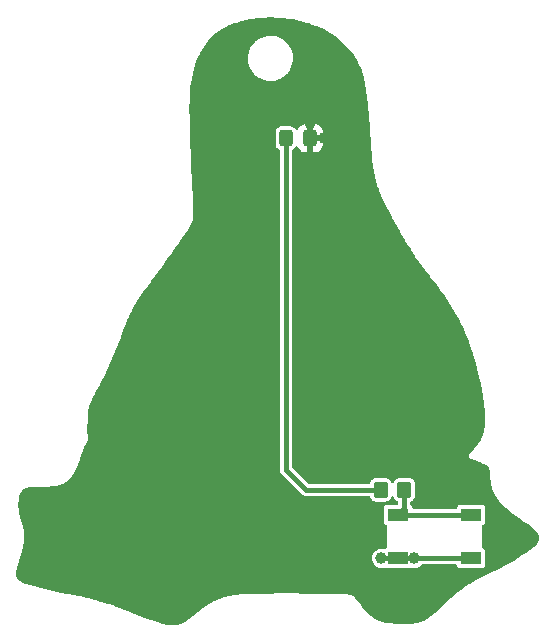
<source format=gbr>
%TF.GenerationSoftware,KiCad,Pcbnew,6.0.11-2627ca5db0~126~ubuntu20.04.1*%
%TF.CreationDate,2023-05-21T18:47:33+02:00*%
%TF.ProjectId,tux_badge,7475785f-6261-4646-9765-2e6b69636164,rev?*%
%TF.SameCoordinates,Original*%
%TF.FileFunction,Copper,L1,Top*%
%TF.FilePolarity,Positive*%
%FSLAX46Y46*%
G04 Gerber Fmt 4.6, Leading zero omitted, Abs format (unit mm)*
G04 Created by KiCad (PCBNEW 6.0.11-2627ca5db0~126~ubuntu20.04.1) date 2023-05-21 18:47:33*
%MOMM*%
%LPD*%
G01*
G04 APERTURE LIST*
G04 Aperture macros list*
%AMRoundRect*
0 Rectangle with rounded corners*
0 $1 Rounding radius*
0 $2 $3 $4 $5 $6 $7 $8 $9 X,Y pos of 4 corners*
0 Add a 4 corners polygon primitive as box body*
4,1,4,$2,$3,$4,$5,$6,$7,$8,$9,$2,$3,0*
0 Add four circle primitives for the rounded corners*
1,1,$1+$1,$2,$3*
1,1,$1+$1,$4,$5*
1,1,$1+$1,$6,$7*
1,1,$1+$1,$8,$9*
0 Add four rect primitives between the rounded corners*
20,1,$1+$1,$2,$3,$4,$5,0*
20,1,$1+$1,$4,$5,$6,$7,0*
20,1,$1+$1,$6,$7,$8,$9,0*
20,1,$1+$1,$8,$9,$2,$3,0*%
G04 Aperture macros list end*
%TA.AperFunction,SMDPad,CuDef*%
%ADD10RoundRect,0.250000X0.325000X0.450000X-0.325000X0.450000X-0.325000X-0.450000X0.325000X-0.450000X0*%
%TD*%
%TA.AperFunction,SMDPad,CuDef*%
%ADD11RoundRect,0.250000X0.350000X0.450000X-0.350000X0.450000X-0.350000X-0.450000X0.350000X-0.450000X0*%
%TD*%
%TA.AperFunction,SMDPad,CuDef*%
%ADD12R,1.800000X1.100000*%
%TD*%
%TA.AperFunction,ViaPad*%
%ADD13C,1.000000*%
%TD*%
%TA.AperFunction,Conductor*%
%ADD14C,0.406400*%
%TD*%
G04 APERTURE END LIST*
D10*
%TO.P,D1,1,K*%
%TO.N,GND*%
X168436400Y-82702400D03*
%TO.P,D1,2,A*%
%TO.N,Net-(D1-Pad2)*%
X166386400Y-82702400D03*
%TD*%
D11*
%TO.P,R1,1*%
%TO.N,Net-(R1-Pad1)*%
X176412400Y-112471200D03*
%TO.P,R1,2*%
%TO.N,Net-(D1-Pad2)*%
X174412400Y-112471200D03*
%TD*%
D12*
%TO.P,SW1,1,1*%
%TO.N,VCC*%
X182068400Y-118283600D03*
X175868400Y-118283600D03*
%TO.P,SW1,2,2*%
%TO.N,Net-(R1-Pad1)*%
X182068400Y-114583600D03*
X175868400Y-114583600D03*
%TD*%
D13*
%TO.N,VCC*%
X177266600Y-118287800D03*
X174472600Y-118283600D03*
%TO.N,GND*%
X144703800Y-113106200D03*
X144475200Y-119329200D03*
X169570400Y-82702400D03*
X186817000Y-116459000D03*
X182753000Y-111048800D03*
X168427400Y-81407000D03*
%TD*%
D14*
%TO.N,Net-(D1-Pad2)*%
X174412400Y-112471200D02*
X168046400Y-112471200D01*
X166386400Y-110811200D02*
X166386400Y-82702400D01*
X168046400Y-112471200D02*
X166386400Y-110811200D01*
%TO.N,Net-(R1-Pad1)*%
X176412400Y-112471200D02*
X176412400Y-114039600D01*
X175868400Y-114583600D02*
X182068400Y-114583600D01*
X176412400Y-114039600D02*
X175868400Y-114583600D01*
%TO.N,VCC*%
X182068400Y-118283600D02*
X175868400Y-118283600D01*
X174527600Y-118283600D02*
X175868400Y-118283600D01*
%TD*%
%TA.AperFunction,Conductor*%
%TO.N,GND*%
G36*
X165255431Y-72490013D02*
G01*
X165257374Y-72490064D01*
X165258671Y-72490191D01*
X165306582Y-72490191D01*
X165310114Y-72490241D01*
X165502557Y-72495638D01*
X165504754Y-72495719D01*
X165700066Y-72504760D01*
X165702270Y-72504882D01*
X165895977Y-72517363D01*
X165898114Y-72517501D01*
X165900374Y-72517667D01*
X166042724Y-72529413D01*
X166058710Y-72532001D01*
X166065169Y-72534578D01*
X166071564Y-72535205D01*
X166100369Y-72535205D01*
X166115002Y-72536058D01*
X166722497Y-72607095D01*
X166729049Y-72608037D01*
X166942664Y-72644503D01*
X167327203Y-72710148D01*
X167332346Y-72711136D01*
X167616887Y-72771978D01*
X167620414Y-72772785D01*
X167901048Y-72841272D01*
X167904649Y-72842208D01*
X168178320Y-72917623D01*
X168181990Y-72918694D01*
X168448827Y-73001015D01*
X168452561Y-73002231D01*
X168712414Y-73091356D01*
X168716206Y-73092725D01*
X168969068Y-73188599D01*
X168972908Y-73190128D01*
X169218732Y-73292676D01*
X169222595Y-73294363D01*
X169461425Y-73403555D01*
X169465294Y-73405404D01*
X169672627Y-73508957D01*
X169697036Y-73521148D01*
X169700956Y-73523193D01*
X169925656Y-73645462D01*
X169929558Y-73647677D01*
X169941759Y-73654895D01*
X170147081Y-73776356D01*
X170150971Y-73778754D01*
X170361448Y-73913875D01*
X170365324Y-73916467D01*
X170399058Y-73939937D01*
X170568658Y-74057935D01*
X170572435Y-74060669D01*
X170768683Y-74208491D01*
X170772457Y-74211448D01*
X170961564Y-74365561D01*
X170965277Y-74368709D01*
X171147198Y-74529050D01*
X171150800Y-74532351D01*
X171325638Y-74699001D01*
X171329130Y-74702463D01*
X171496842Y-74875385D01*
X171500230Y-74879019D01*
X171660746Y-75058144D01*
X171663997Y-75061919D01*
X171817379Y-75247337D01*
X171820478Y-75251238D01*
X171899690Y-75355095D01*
X171966691Y-75442943D01*
X171969593Y-75446907D01*
X172108627Y-75644934D01*
X172111360Y-75648995D01*
X172243118Y-75853266D01*
X172245697Y-75857440D01*
X172370210Y-76068082D01*
X172372593Y-76072296D01*
X172489783Y-76289275D01*
X172491989Y-76293554D01*
X172601788Y-76516853D01*
X172603804Y-76521156D01*
X172706170Y-76750827D01*
X172707996Y-76755136D01*
X172786275Y-76949911D01*
X172788961Y-76957849D01*
X172789816Y-76967720D01*
X172802789Y-76994259D01*
X172808918Y-77009140D01*
X172892245Y-77255040D01*
X172906471Y-77297020D01*
X172908955Y-77305270D01*
X172977262Y-77563825D01*
X173001546Y-77655746D01*
X173003179Y-77662725D01*
X173082192Y-78049944D01*
X173088977Y-78083198D01*
X173089962Y-78088628D01*
X173170554Y-78596152D01*
X173171121Y-78600136D01*
X173248178Y-79210680D01*
X173248501Y-79213494D01*
X173323948Y-79942935D01*
X173324132Y-79944854D01*
X173393213Y-80731037D01*
X173400063Y-80808998D01*
X173400165Y-80810230D01*
X173400741Y-80817661D01*
X173474588Y-81770715D01*
X173474582Y-81771304D01*
X173474195Y-81772640D01*
X173474529Y-81776497D01*
X173474529Y-81776500D01*
X173479255Y-81831059D01*
X173479348Y-81832203D01*
X173590444Y-83279031D01*
X173590631Y-83284692D01*
X173590713Y-83284689D01*
X173590831Y-83287762D01*
X173590798Y-83290843D01*
X173591066Y-83293908D01*
X173591066Y-83293911D01*
X173595302Y-83342385D01*
X173595410Y-83343707D01*
X173596317Y-83355518D01*
X173597404Y-83369676D01*
X173597792Y-83371129D01*
X173597861Y-83371670D01*
X173621980Y-83647661D01*
X173645216Y-83913552D01*
X173645674Y-83923734D01*
X173645693Y-83924099D01*
X173645702Y-83927172D01*
X173646011Y-83930227D01*
X173646011Y-83930234D01*
X173650835Y-83977985D01*
X173650994Y-83979677D01*
X173653208Y-84005007D01*
X173653720Y-84006850D01*
X173653829Y-84007621D01*
X173701422Y-84478703D01*
X173701333Y-84489140D01*
X173701949Y-84489126D01*
X173702097Y-84495550D01*
X173702467Y-84498594D01*
X173702467Y-84498601D01*
X173708073Y-84544781D01*
X173708352Y-84547290D01*
X173710771Y-84571241D01*
X173711560Y-84573936D01*
X173711780Y-84575327D01*
X173761911Y-84988364D01*
X173762092Y-85000128D01*
X173762397Y-85000112D01*
X173762724Y-85006530D01*
X173763178Y-85009560D01*
X173763180Y-85009584D01*
X173769820Y-85053936D01*
X173770291Y-85057410D01*
X173772289Y-85073876D01*
X173772290Y-85073882D01*
X173772989Y-85079638D01*
X173774135Y-85083280D01*
X173774571Y-85085664D01*
X173829238Y-85450841D01*
X173829862Y-85464023D01*
X173829853Y-85464067D01*
X173830411Y-85470469D01*
X173830974Y-85473483D01*
X173838888Y-85515851D01*
X173839641Y-85520332D01*
X173842691Y-85540705D01*
X173844276Y-85545291D01*
X173845100Y-85549106D01*
X173906225Y-85876340D01*
X173907398Y-85889769D01*
X173907214Y-85890977D01*
X173908050Y-85897347D01*
X173918124Y-85940693D01*
X173919251Y-85946077D01*
X173921670Y-85959029D01*
X173921674Y-85959042D01*
X173922738Y-85964740D01*
X173924812Y-85970106D01*
X173926289Y-85975829D01*
X173995739Y-86274673D01*
X173997566Y-86288267D01*
X173997356Y-86290310D01*
X173998504Y-86296632D01*
X173999343Y-86299577D01*
X174010380Y-86338338D01*
X174011927Y-86344327D01*
X174014641Y-86356009D01*
X174014643Y-86356016D01*
X174015955Y-86361661D01*
X174018280Y-86366973D01*
X174019204Y-86369758D01*
X174020800Y-86374937D01*
X174100601Y-86655203D01*
X174103116Y-86668758D01*
X174102997Y-86671060D01*
X174104464Y-86677316D01*
X174118313Y-86718001D01*
X174120216Y-86724096D01*
X174123413Y-86735323D01*
X174123415Y-86735328D01*
X174125004Y-86740909D01*
X174127589Y-86746106D01*
X174129040Y-86749853D01*
X174130824Y-86754757D01*
X174223442Y-87026860D01*
X174226593Y-87040156D01*
X174226586Y-87042041D01*
X174228351Y-87048220D01*
X174244373Y-87088797D01*
X174246441Y-87094430D01*
X174252257Y-87111515D01*
X174255098Y-87116567D01*
X174256027Y-87118647D01*
X174258179Y-87123764D01*
X174366667Y-87398527D01*
X174370332Y-87411394D01*
X174370366Y-87412285D01*
X174372386Y-87418384D01*
X174373633Y-87421195D01*
X174373638Y-87421208D01*
X174390629Y-87459508D01*
X174392644Y-87464316D01*
X174399790Y-87482415D01*
X174402710Y-87487071D01*
X174404967Y-87491829D01*
X174532519Y-87779362D01*
X174536429Y-87791377D01*
X174536536Y-87791338D01*
X174538755Y-87797368D01*
X174540090Y-87800129D01*
X174559160Y-87839581D01*
X174560894Y-87843325D01*
X174569538Y-87862811D01*
X174572052Y-87866473D01*
X174573547Y-87869344D01*
X174723275Y-88179097D01*
X174726971Y-88189461D01*
X174727416Y-88189285D01*
X174729776Y-88195261D01*
X174752090Y-88238786D01*
X174753386Y-88241391D01*
X174763544Y-88262406D01*
X174765474Y-88265028D01*
X174766345Y-88266593D01*
X174941616Y-88608483D01*
X174945279Y-88618080D01*
X174945880Y-88617829D01*
X174948353Y-88623760D01*
X174949806Y-88626466D01*
X174949810Y-88626474D01*
X174971923Y-88667649D01*
X174973043Y-88669782D01*
X174984112Y-88691375D01*
X174985747Y-88693491D01*
X174986400Y-88694608D01*
X175375148Y-89418491D01*
X175471705Y-89598290D01*
X175474367Y-89603807D01*
X175474417Y-89603782D01*
X175475767Y-89606540D01*
X175476985Y-89609370D01*
X175478471Y-89612063D01*
X175478479Y-89612080D01*
X175497517Y-89646590D01*
X175500391Y-89652118D01*
X175507218Y-89666083D01*
X175521010Y-89694297D01*
X175526126Y-89699043D01*
X175528446Y-89702651D01*
X175870833Y-90323271D01*
X175875485Y-90332596D01*
X175877135Y-90336277D01*
X175891832Y-90362009D01*
X175902281Y-90380303D01*
X175903194Y-90381929D01*
X175915384Y-90404024D01*
X175916716Y-90405644D01*
X175917184Y-90406395D01*
X176239349Y-90970434D01*
X176243489Y-90979980D01*
X176244052Y-90979714D01*
X176246797Y-90985525D01*
X176272282Y-91028140D01*
X176273500Y-91030224D01*
X176285476Y-91051192D01*
X176287286Y-91053327D01*
X176288043Y-91054496D01*
X176346450Y-91152163D01*
X176591374Y-91561720D01*
X176596048Y-91571861D01*
X176596444Y-91571662D01*
X176599329Y-91577404D01*
X176625366Y-91618629D01*
X176626929Y-91621174D01*
X176638810Y-91641041D01*
X176641034Y-91643562D01*
X176642103Y-91645133D01*
X176939481Y-92115998D01*
X176944574Y-92126347D01*
X176944888Y-92126179D01*
X176947924Y-92131842D01*
X176949639Y-92134405D01*
X176949640Y-92134406D01*
X176974716Y-92171872D01*
X176976537Y-92174672D01*
X176985572Y-92188977D01*
X176988668Y-92193879D01*
X176991150Y-92196557D01*
X176992446Y-92198362D01*
X177296789Y-92653075D01*
X177302093Y-92663179D01*
X177302428Y-92662988D01*
X177305609Y-92668571D01*
X177333572Y-92708105D01*
X177335347Y-92710684D01*
X177348081Y-92729710D01*
X177350569Y-92732256D01*
X177351844Y-92733937D01*
X177676349Y-93192717D01*
X177681602Y-93202168D01*
X177682053Y-93201898D01*
X177685358Y-93207408D01*
X177687187Y-93209875D01*
X177687191Y-93209881D01*
X177714611Y-93246866D01*
X177716266Y-93249150D01*
X177726521Y-93263650D01*
X177726525Y-93263655D01*
X177729875Y-93268391D01*
X177732099Y-93270551D01*
X177733130Y-93271845D01*
X178091414Y-93755118D01*
X178097110Y-93763486D01*
X178100241Y-93768510D01*
X178102118Y-93770952D01*
X178102121Y-93770957D01*
X178130855Y-93808349D01*
X178132165Y-93810085D01*
X178143432Y-93825284D01*
X178143437Y-93825290D01*
X178146842Y-93829883D01*
X178148615Y-93831530D01*
X178149326Y-93832387D01*
X178561204Y-94368388D01*
X178561693Y-94369057D01*
X178561994Y-94369539D01*
X178562996Y-94370839D01*
X178562998Y-94370842D01*
X178568132Y-94377504D01*
X178581526Y-94399077D01*
X178587394Y-94411081D01*
X178602892Y-94425458D01*
X178616999Y-94440916D01*
X179058565Y-95013908D01*
X179059533Y-95015182D01*
X179460759Y-95551054D01*
X179462126Y-95552917D01*
X179594897Y-95737454D01*
X179811413Y-96038389D01*
X179813171Y-96040897D01*
X180119984Y-96489971D01*
X180121988Y-96492996D01*
X180396182Y-96920245D01*
X180398259Y-96923596D01*
X180649768Y-97343863D01*
X180651696Y-97347198D01*
X180890561Y-97775785D01*
X180892139Y-97778711D01*
X181010701Y-98005816D01*
X181126851Y-98228302D01*
X181128338Y-98231244D01*
X181129786Y-98234206D01*
X181454240Y-98905607D01*
X181456449Y-98910437D01*
X181734512Y-99553960D01*
X181745922Y-99580366D01*
X181748072Y-99585670D01*
X181758210Y-99612413D01*
X182007793Y-100270776D01*
X182009702Y-100276179D01*
X182202433Y-100863917D01*
X182245171Y-100994249D01*
X182246728Y-100999361D01*
X182463138Y-101767970D01*
X182464322Y-101772497D01*
X182666630Y-102608910D01*
X182667483Y-102612688D01*
X182860505Y-103533752D01*
X182861095Y-103536746D01*
X183046460Y-104541946D01*
X183048079Y-104553922D01*
X183051233Y-104590331D01*
X183055731Y-104599532D01*
X183057668Y-104608357D01*
X183125471Y-105024106D01*
X183125936Y-105027196D01*
X183184623Y-105453321D01*
X183184968Y-105456051D01*
X183196787Y-105558346D01*
X183206173Y-105639586D01*
X183207675Y-105652590D01*
X183207895Y-105654637D01*
X183226586Y-105843428D01*
X183226788Y-105845679D01*
X183241332Y-106025398D01*
X183241508Y-106027869D01*
X183251950Y-106198602D01*
X183252087Y-106201317D01*
X183258490Y-106363297D01*
X183258572Y-106366275D01*
X183260549Y-106491032D01*
X183261000Y-106519528D01*
X183261010Y-106522776D01*
X183259666Y-106655760D01*
X183259547Y-106667534D01*
X183259459Y-106671114D01*
X183254206Y-106807357D01*
X183253995Y-106811268D01*
X183245063Y-106939357D01*
X183244693Y-106943621D01*
X183232229Y-107063510D01*
X183231660Y-107068140D01*
X183215813Y-107180094D01*
X183215002Y-107185097D01*
X183198247Y-107276735D01*
X183195329Y-107289122D01*
X183185473Y-107323156D01*
X183186297Y-107332666D01*
X183185101Y-107340317D01*
X183179164Y-107367865D01*
X183175955Y-107382751D01*
X183175388Y-107385255D01*
X183162353Y-107440142D01*
X183154689Y-107472412D01*
X183154040Y-107475018D01*
X183131935Y-107559895D01*
X183131230Y-107562483D01*
X183114527Y-107621214D01*
X183107739Y-107645082D01*
X183106912Y-107647869D01*
X183082031Y-107728260D01*
X183081123Y-107731074D01*
X183065838Y-107776607D01*
X183054870Y-107809280D01*
X183053855Y-107812185D01*
X183049996Y-107822812D01*
X183029252Y-107879944D01*
X183026222Y-107888288D01*
X183025136Y-107891167D01*
X183001804Y-107950720D01*
X182996119Y-107965231D01*
X182994898Y-107968233D01*
X182964530Y-108040233D01*
X182963200Y-108043273D01*
X182931472Y-108113289D01*
X182930055Y-108116309D01*
X182901695Y-108174660D01*
X182896935Y-108184454D01*
X182895383Y-108187538D01*
X182860892Y-108253819D01*
X182859243Y-108256884D01*
X182823846Y-108320505D01*
X182823360Y-108321378D01*
X182821582Y-108324469D01*
X182784327Y-108387182D01*
X182782439Y-108390260D01*
X182743742Y-108451344D01*
X182741746Y-108454395D01*
X182705288Y-108508421D01*
X182701145Y-108514201D01*
X182673702Y-108550291D01*
X182672328Y-108555036D01*
X182671051Y-108557162D01*
X182644617Y-108594512D01*
X182637176Y-108605026D01*
X182635739Y-108607014D01*
X182570536Y-108695440D01*
X182568767Y-108697781D01*
X182498462Y-108788529D01*
X182496447Y-108791061D01*
X182417957Y-108887169D01*
X182415917Y-108889603D01*
X182326172Y-108993960D01*
X182324254Y-108996138D01*
X182220375Y-109111298D01*
X182218632Y-109113191D01*
X182183027Y-109151029D01*
X182097771Y-109241631D01*
X182096219Y-109243250D01*
X181990788Y-109351295D01*
X181981541Y-109358697D01*
X181981671Y-109358841D01*
X181973051Y-109366657D01*
X181963148Y-109372761D01*
X181956106Y-109382021D01*
X181955296Y-109382756D01*
X181938240Y-109400830D01*
X181937107Y-109401800D01*
X181937104Y-109401804D01*
X181930000Y-109407886D01*
X181929225Y-109409323D01*
X181928239Y-109410184D01*
X181926782Y-109412951D01*
X181924217Y-109415285D01*
X181916756Y-109430185D01*
X181904394Y-109450027D01*
X181894306Y-109463293D01*
X181891511Y-109472943D01*
X181886568Y-109480342D01*
X181884021Y-109491692D01*
X181883170Y-109493678D01*
X181881759Y-109496601D01*
X181880553Y-109499598D01*
X181876026Y-109507995D01*
X181875802Y-109509764D01*
X181875247Y-109510817D01*
X181874902Y-109513768D01*
X181873293Y-109516981D01*
X181872395Y-109526312D01*
X181871697Y-109533559D01*
X181867304Y-109556534D01*
X181862670Y-109572538D01*
X181863563Y-109582852D01*
X181861664Y-109591315D01*
X181863374Y-109602820D01*
X181863329Y-109604038D01*
X181862965Y-109608491D01*
X181862927Y-109611227D01*
X181861709Y-109620824D01*
X181862165Y-109622670D01*
X181862035Y-109623780D01*
X181862745Y-109626541D01*
X181862394Y-109630191D01*
X181864911Y-109639204D01*
X181864911Y-109639207D01*
X181866874Y-109646237D01*
X181871047Y-109669253D01*
X181872484Y-109685847D01*
X181877118Y-109695327D01*
X181878379Y-109703813D01*
X181884118Y-109713934D01*
X181884322Y-109714528D01*
X181885436Y-109718304D01*
X181885459Y-109718355D01*
X181886478Y-109721151D01*
X181888969Y-109731242D01*
X181890101Y-109732860D01*
X181890375Y-109733926D01*
X181891993Y-109736192D01*
X181892982Y-109739734D01*
X181898573Y-109747234D01*
X181898573Y-109747235D01*
X181902939Y-109753092D01*
X181915113Y-109773057D01*
X181917321Y-109777574D01*
X181917323Y-109777577D01*
X181922431Y-109788026D01*
X181930217Y-109795249D01*
X181934471Y-109802752D01*
X181943470Y-109810130D01*
X181943805Y-109810528D01*
X181947003Y-109814691D01*
X181948598Y-109816500D01*
X181954153Y-109824443D01*
X181955803Y-109825553D01*
X181956468Y-109826484D01*
X181958781Y-109828008D01*
X181960953Y-109830921D01*
X181969347Y-109836207D01*
X181975055Y-109839802D01*
X181993601Y-109854046D01*
X181997283Y-109857462D01*
X181997285Y-109857463D01*
X182005813Y-109865374D01*
X182015621Y-109869287D01*
X182022422Y-109874863D01*
X182033473Y-109878507D01*
X182034193Y-109878902D01*
X182038284Y-109881396D01*
X182040601Y-109882602D01*
X182048518Y-109887929D01*
X182050414Y-109888361D01*
X182051450Y-109889043D01*
X182054201Y-109889641D01*
X182057194Y-109891526D01*
X182063369Y-109893302D01*
X182074260Y-109895311D01*
X182098089Y-109902189D01*
X182111449Y-109907519D01*
X182117844Y-109908146D01*
X182120929Y-109908146D01*
X182123787Y-109908286D01*
X182123993Y-109908354D01*
X182123992Y-109908374D01*
X182124070Y-109908379D01*
X182130435Y-109910478D01*
X182142054Y-109909899D01*
X182143655Y-109910116D01*
X182146289Y-109910593D01*
X182148286Y-109910653D01*
X182159411Y-109913187D01*
X182161234Y-109912922D01*
X182162585Y-109913216D01*
X182166945Y-109912539D01*
X182168691Y-109912725D01*
X182175565Y-109913993D01*
X182180389Y-109914981D01*
X182244004Y-109929321D01*
X182248350Y-109930382D01*
X182338171Y-109954033D01*
X182342931Y-109955387D01*
X182456523Y-109990121D01*
X182460282Y-109991336D01*
X182490800Y-110001725D01*
X182520814Y-110011943D01*
X182523487Y-110012887D01*
X182590142Y-110037271D01*
X182592888Y-110038312D01*
X182642819Y-110057928D01*
X182663265Y-110065960D01*
X182666150Y-110067135D01*
X182739744Y-110098168D01*
X182742730Y-110099473D01*
X182819166Y-110134059D01*
X182822250Y-110135505D01*
X182859481Y-110153580D01*
X182866778Y-110157641D01*
X182874027Y-110164366D01*
X182884832Y-110168677D01*
X182910435Y-110178892D01*
X182920080Y-110183217D01*
X183067890Y-110257102D01*
X183068323Y-110257319D01*
X183200373Y-110323980D01*
X183201888Y-110324759D01*
X183222113Y-110335347D01*
X183253702Y-110351885D01*
X183255747Y-110352979D01*
X183299888Y-110377134D01*
X183302717Y-110378731D01*
X183338907Y-110399799D01*
X183342644Y-110402065D01*
X183349659Y-110406489D01*
X183371417Y-110420211D01*
X183376096Y-110423310D01*
X183400937Y-110440569D01*
X183404891Y-110443430D01*
X183408328Y-110446022D01*
X183412019Y-110448805D01*
X183414810Y-110450972D01*
X183423098Y-110457594D01*
X183425914Y-110459912D01*
X183433491Y-110466339D01*
X183436348Y-110468839D01*
X183443422Y-110475219D01*
X183446231Y-110477831D01*
X183453054Y-110484372D01*
X183455790Y-110487076D01*
X183462692Y-110494110D01*
X183465230Y-110496775D01*
X183472407Y-110504538D01*
X183474811Y-110507215D01*
X183482320Y-110515822D01*
X183484516Y-110518409D01*
X183488603Y-110523360D01*
X183492642Y-110528253D01*
X183494650Y-110530750D01*
X183501948Y-110540066D01*
X183504534Y-110543487D01*
X183514593Y-110557279D01*
X183525963Y-110572869D01*
X183528737Y-110576830D01*
X183538816Y-110591827D01*
X183547438Y-110606776D01*
X183554421Y-110621061D01*
X183554424Y-110621065D01*
X183559531Y-110631513D01*
X183567186Y-110638614D01*
X183576228Y-110653031D01*
X183582442Y-110664920D01*
X183584751Y-110669339D01*
X183588104Y-110676264D01*
X183598906Y-110700424D01*
X183601724Y-110707258D01*
X183611390Y-110732801D01*
X183613671Y-110739371D01*
X183617763Y-110752297D01*
X183622395Y-110766932D01*
X183624180Y-110773119D01*
X183632026Y-110803166D01*
X183633369Y-110808844D01*
X183640346Y-110841722D01*
X183641317Y-110846811D01*
X183647431Y-110882863D01*
X183648106Y-110887324D01*
X183653341Y-110926699D01*
X183653788Y-110930504D01*
X183654150Y-110934052D01*
X183657855Y-110970325D01*
X183657938Y-110971142D01*
X183658310Y-110975554D01*
X183662865Y-111043935D01*
X183664915Y-111074701D01*
X183665110Y-111078494D01*
X183666446Y-111115290D01*
X183669086Y-111188024D01*
X183669133Y-111189555D01*
X183670077Y-111228891D01*
X183670635Y-111252158D01*
X183669706Y-111266531D01*
X183668561Y-111270314D01*
X183668531Y-111272820D01*
X183668170Y-111274065D01*
X183669175Y-111285666D01*
X183671967Y-111317907D01*
X183672401Y-111325754D01*
X183672745Y-111340082D01*
X183673945Y-111345762D01*
X183674617Y-111351528D01*
X183674549Y-111351536D01*
X183675346Y-111356909D01*
X183677117Y-111377374D01*
X183677097Y-111377475D01*
X183677126Y-111377473D01*
X183680221Y-111413549D01*
X183679979Y-111424318D01*
X183680512Y-111424313D01*
X183680576Y-111430738D01*
X183680907Y-111433797D01*
X183680907Y-111433802D01*
X183685859Y-111479606D01*
X183686128Y-111482378D01*
X183688149Y-111505934D01*
X183688967Y-111508893D01*
X183689200Y-111510515D01*
X183695117Y-111565250D01*
X183695112Y-111576036D01*
X183695644Y-111576019D01*
X183695850Y-111582442D01*
X183696249Y-111585497D01*
X183696249Y-111585498D01*
X183702212Y-111631165D01*
X183702543Y-111633935D01*
X183705083Y-111657435D01*
X183705968Y-111660383D01*
X183706238Y-111662006D01*
X183712829Y-111712483D01*
X183713074Y-111723469D01*
X183713557Y-111723442D01*
X183713913Y-111729858D01*
X183714383Y-111732905D01*
X183714384Y-111732911D01*
X183721377Y-111778213D01*
X183721791Y-111781119D01*
X183724813Y-111804262D01*
X183725812Y-111807339D01*
X183726144Y-111809087D01*
X183732969Y-111853301D01*
X183733505Y-111864735D01*
X183733881Y-111864704D01*
X183734404Y-111871108D01*
X183735801Y-111878820D01*
X183743013Y-111918649D01*
X183743555Y-111921876D01*
X183745517Y-111934582D01*
X183747034Y-111944412D01*
X183748220Y-111947794D01*
X183748668Y-111949870D01*
X183753772Y-111978056D01*
X183755193Y-111985904D01*
X183756118Y-111998171D01*
X183756303Y-111998150D01*
X183757023Y-112004535D01*
X183757666Y-112007550D01*
X183757667Y-112007558D01*
X183766878Y-112050767D01*
X183767630Y-112054581D01*
X183771504Y-112075972D01*
X183772997Y-112079901D01*
X183773690Y-112082724D01*
X183779244Y-112108772D01*
X183780711Y-112122004D01*
X183780637Y-112122567D01*
X183781131Y-112125796D01*
X183781143Y-112125880D01*
X183781145Y-112125890D01*
X183781608Y-112128918D01*
X183792339Y-112171041D01*
X183792824Y-112172944D01*
X183793955Y-112177781D01*
X183796890Y-112191552D01*
X183796892Y-112191559D01*
X183798102Y-112197234D01*
X183800122Y-112202091D01*
X183801394Y-112206583D01*
X183804607Y-112219197D01*
X183806587Y-112232331D01*
X183806539Y-112232854D01*
X183807115Y-112235834D01*
X183807116Y-112235842D01*
X183807174Y-112236142D01*
X183807758Y-112239163D01*
X183808634Y-112242114D01*
X183808635Y-112242118D01*
X183818031Y-112273770D01*
X183820396Y-112286341D01*
X183820478Y-112286322D01*
X183821908Y-112292587D01*
X183822884Y-112295511D01*
X183822887Y-112295522D01*
X183832703Y-112324933D01*
X183835836Y-112338404D01*
X183835821Y-112340802D01*
X183837570Y-112346985D01*
X183838693Y-112349851D01*
X183839676Y-112352772D01*
X183839565Y-112352809D01*
X183841265Y-112357902D01*
X183842210Y-112368811D01*
X183847319Y-112379261D01*
X183847319Y-112379263D01*
X183855262Y-112395511D01*
X183857411Y-112400144D01*
X183859058Y-112403891D01*
X183860896Y-112409399D01*
X183863711Y-112414476D01*
X183865503Y-112418553D01*
X183867468Y-112423281D01*
X183884394Y-112466473D01*
X183896879Y-112498334D01*
X183900931Y-112512168D01*
X183901149Y-112516104D01*
X183903276Y-112522168D01*
X183904570Y-112524953D01*
X183904578Y-112524972D01*
X183920411Y-112559042D01*
X183923460Y-112566168D01*
X183926854Y-112574830D01*
X183926858Y-112574839D01*
X183928973Y-112580235D01*
X183932042Y-112585156D01*
X183934649Y-112590346D01*
X183934591Y-112590375D01*
X183937285Y-112595351D01*
X183973155Y-112672534D01*
X183977988Y-112685966D01*
X183978402Y-112689557D01*
X183980885Y-112695484D01*
X183982340Y-112698183D01*
X184000401Y-112731687D01*
X184003747Y-112738361D01*
X184010319Y-112752503D01*
X184013690Y-112757233D01*
X184016610Y-112762250D01*
X184016519Y-112762303D01*
X184019404Y-112766940D01*
X184043617Y-112811854D01*
X184061520Y-112845066D01*
X184067056Y-112858036D01*
X184067605Y-112861203D01*
X184070420Y-112866979D01*
X184072029Y-112869596D01*
X184072030Y-112869599D01*
X184092260Y-112902516D01*
X184095805Y-112908668D01*
X184103496Y-112922934D01*
X184107138Y-112927451D01*
X184110353Y-112932290D01*
X184110221Y-112932377D01*
X184113224Y-112936627D01*
X184161997Y-113015986D01*
X184168164Y-113028481D01*
X184168775Y-113031150D01*
X184171894Y-113036768D01*
X184173641Y-113039296D01*
X184195983Y-113071633D01*
X184199663Y-113077276D01*
X184204890Y-113085780D01*
X184208489Y-113091635D01*
X184212377Y-113095935D01*
X184215858Y-113100579D01*
X184215696Y-113100701D01*
X184218744Y-113104574D01*
X184274600Y-113185413D01*
X184281328Y-113197432D01*
X184281932Y-113199571D01*
X184285329Y-113205026D01*
X184287202Y-113207465D01*
X184287206Y-113207471D01*
X184311577Y-113239209D01*
X184315303Y-113244322D01*
X184321987Y-113253996D01*
X184325290Y-113258776D01*
X184329411Y-113262870D01*
X184331776Y-113265696D01*
X184335066Y-113269800D01*
X184344810Y-113282490D01*
X184399371Y-113353548D01*
X184406578Y-113365072D01*
X184407115Y-113366682D01*
X184410764Y-113371972D01*
X184412744Y-113374316D01*
X184412746Y-113374318D01*
X184439070Y-113405474D01*
X184442762Y-113410057D01*
X184453918Y-113424586D01*
X184458237Y-113428465D01*
X184459247Y-113429556D01*
X184463035Y-113433839D01*
X184536341Y-113520602D01*
X184543980Y-113531678D01*
X184544392Y-113532755D01*
X184548265Y-113537882D01*
X184550357Y-113540152D01*
X184550365Y-113540161D01*
X184578508Y-113570691D01*
X184582101Y-113574762D01*
X184594415Y-113589336D01*
X184598827Y-113592942D01*
X184602843Y-113597090D01*
X184685599Y-113686866D01*
X184693609Y-113697506D01*
X184693856Y-113698081D01*
X184697930Y-113703050D01*
X184729985Y-113735161D01*
X184733439Y-113738762D01*
X184742932Y-113749062D01*
X184742939Y-113749068D01*
X184746870Y-113753333D01*
X184751117Y-113756507D01*
X184754588Y-113759808D01*
X184847249Y-113852634D01*
X184855581Y-113862864D01*
X184855630Y-113862968D01*
X184857095Y-113864627D01*
X184857835Y-113865466D01*
X184857841Y-113865472D01*
X184859883Y-113867785D01*
X184862141Y-113869887D01*
X184862146Y-113869893D01*
X184893601Y-113899186D01*
X184896902Y-113902374D01*
X184911404Y-113916901D01*
X184915440Y-113919674D01*
X184918428Y-113922305D01*
X185021411Y-114018210D01*
X185029797Y-114027805D01*
X185029864Y-114027742D01*
X185034275Y-114032415D01*
X185036613Y-114034451D01*
X185036616Y-114034454D01*
X185069530Y-114063118D01*
X185072647Y-114065925D01*
X185088162Y-114080373D01*
X185091971Y-114082791D01*
X185094572Y-114084925D01*
X185163380Y-114144847D01*
X185208249Y-114183922D01*
X185216583Y-114192865D01*
X185216728Y-114192719D01*
X185221279Y-114197256D01*
X185223659Y-114199205D01*
X185223667Y-114199212D01*
X185257978Y-114227306D01*
X185260859Y-114229739D01*
X185277332Y-114244084D01*
X185280904Y-114246188D01*
X185283124Y-114247895D01*
X185323037Y-114280575D01*
X185407947Y-114350100D01*
X185416199Y-114358453D01*
X185416413Y-114358226D01*
X185421087Y-114362635D01*
X185445432Y-114381469D01*
X185459028Y-114391987D01*
X185461753Y-114394156D01*
X185474623Y-114404694D01*
X185474626Y-114404696D01*
X185479107Y-114408365D01*
X185482434Y-114410191D01*
X185484369Y-114411591D01*
X185620695Y-114517054D01*
X185628843Y-114524880D01*
X185629119Y-114524572D01*
X185633903Y-114528863D01*
X185660406Y-114548322D01*
X185673006Y-114557573D01*
X185675528Y-114559474D01*
X185693707Y-114573537D01*
X185696792Y-114575121D01*
X185698459Y-114576261D01*
X185778478Y-114635011D01*
X185811908Y-114659555D01*
X185846691Y-114685093D01*
X185854733Y-114692455D01*
X185855062Y-114692070D01*
X185856544Y-114693339D01*
X185859942Y-114696250D01*
X185900143Y-114724378D01*
X185902445Y-114726028D01*
X185921361Y-114739916D01*
X185924209Y-114741289D01*
X185925640Y-114742218D01*
X186086168Y-114854537D01*
X186094088Y-114861476D01*
X186094464Y-114861019D01*
X186099430Y-114865097D01*
X186140587Y-114892644D01*
X186142631Y-114894043D01*
X186162304Y-114907808D01*
X186164926Y-114908999D01*
X186166174Y-114909771D01*
X186345138Y-115029555D01*
X186347862Y-115031466D01*
X186349494Y-115032793D01*
X186364888Y-115042985D01*
X186381014Y-115055665D01*
X186397037Y-115070528D01*
X186408778Y-115075212D01*
X186431641Y-115087178D01*
X186572830Y-115180654D01*
X186573769Y-115181283D01*
X186663230Y-115241903D01*
X186734856Y-115290438D01*
X186736248Y-115291395D01*
X186882209Y-115393183D01*
X186883915Y-115394394D01*
X187015297Y-115489295D01*
X187017356Y-115490814D01*
X187134678Y-115579240D01*
X187137115Y-115581124D01*
X187218153Y-115645402D01*
X187240920Y-115663460D01*
X187243805Y-115665818D01*
X187263003Y-115681997D01*
X187334724Y-115742439D01*
X187338083Y-115745374D01*
X187416702Y-115816538D01*
X187420495Y-115820118D01*
X187463583Y-115862510D01*
X187487626Y-115886166D01*
X187491848Y-115890525D01*
X187548387Y-115951784D01*
X187552921Y-115956975D01*
X187600046Y-116013998D01*
X187604715Y-116020009D01*
X187643733Y-116073522D01*
X187648344Y-116080299D01*
X187672306Y-116118116D01*
X187680715Y-116131388D01*
X187685040Y-116138757D01*
X187706243Y-116177859D01*
X187712222Y-116188885D01*
X187716045Y-116196544D01*
X187739350Y-116247505D01*
X187742523Y-116255089D01*
X187748330Y-116270350D01*
X187751985Y-116281486D01*
X187752595Y-116283685D01*
X187753599Y-116295279D01*
X187766060Y-116320772D01*
X187772397Y-116336277D01*
X187782591Y-116366897D01*
X187783625Y-116370153D01*
X187797111Y-116414731D01*
X187797773Y-116416921D01*
X187798987Y-116421207D01*
X187809509Y-116461017D01*
X187810798Y-116466364D01*
X187818019Y-116499497D01*
X187819245Y-116505929D01*
X187823664Y-116532937D01*
X187824667Y-116540498D01*
X187826893Y-116562326D01*
X187827468Y-116570768D01*
X187828091Y-116588842D01*
X187828079Y-116597857D01*
X187827476Y-116614101D01*
X187826804Y-116623233D01*
X187824987Y-116639716D01*
X187823701Y-116648516D01*
X187820278Y-116667276D01*
X187818528Y-116675356D01*
X187812824Y-116698062D01*
X187810818Y-116705160D01*
X187802050Y-116733043D01*
X187799998Y-116739037D01*
X187787465Y-116772850D01*
X187785538Y-116777736D01*
X187768721Y-116817887D01*
X187767023Y-116821757D01*
X187745915Y-116867760D01*
X187745592Y-116868463D01*
X187744181Y-116871434D01*
X187734703Y-116890744D01*
X187721891Y-116911492D01*
X187719778Y-116914270D01*
X187719777Y-116914272D01*
X187712738Y-116923529D01*
X187709503Y-116934701D01*
X187709263Y-116935530D01*
X187697895Y-116962535D01*
X187686885Y-116981991D01*
X187684809Y-116985524D01*
X187669733Y-117010253D01*
X187667543Y-117013717D01*
X187651599Y-117038052D01*
X187649310Y-117041426D01*
X187632296Y-117065647D01*
X187629963Y-117068858D01*
X187611762Y-117093080D01*
X187609418Y-117096100D01*
X187590031Y-117120279D01*
X187587599Y-117123219D01*
X187577284Y-117135303D01*
X187566837Y-117147543D01*
X187564364Y-117150355D01*
X187542111Y-117174909D01*
X187539684Y-117177511D01*
X187515767Y-117202424D01*
X187513397Y-117204824D01*
X187502516Y-117215551D01*
X187487802Y-117230054D01*
X187485423Y-117232338D01*
X187479059Y-117238291D01*
X187458027Y-117257963D01*
X187455761Y-117260031D01*
X187432028Y-117281141D01*
X187426386Y-117286159D01*
X187424145Y-117288105D01*
X187392782Y-117314704D01*
X187390667Y-117316459D01*
X187357256Y-117343540D01*
X187355205Y-117345167D01*
X187345261Y-117352890D01*
X187334941Y-117360905D01*
X187323775Y-117368648D01*
X187294905Y-117386444D01*
X187288259Y-117395184D01*
X187280051Y-117401893D01*
X187237817Y-117432934D01*
X187039530Y-117578673D01*
X187036964Y-117580511D01*
X186717000Y-117803550D01*
X186715035Y-117804892D01*
X186368970Y-118036392D01*
X186367205Y-118037551D01*
X186011499Y-118266967D01*
X186009730Y-118268087D01*
X185660656Y-118485097D01*
X185658645Y-118486321D01*
X185342824Y-118674513D01*
X185332866Y-118680447D01*
X185330182Y-118682002D01*
X185045377Y-118842345D01*
X185041121Y-118844635D01*
X184851380Y-118942071D01*
X184842527Y-118946039D01*
X184832136Y-118947974D01*
X184822235Y-118954077D01*
X184803189Y-118965817D01*
X184791301Y-118972291D01*
X184554374Y-119085249D01*
X183499879Y-119587994D01*
X183495270Y-119590079D01*
X183493267Y-119590937D01*
X183490381Y-119592010D01*
X183487726Y-119593305D01*
X183483759Y-119594919D01*
X183475339Y-119598168D01*
X183463903Y-119600298D01*
X183434950Y-119618145D01*
X183423060Y-119624619D01*
X183418697Y-119626699D01*
X183417676Y-119627441D01*
X183417288Y-119627651D01*
X183355303Y-119657876D01*
X183230295Y-119718832D01*
X183220777Y-119722239D01*
X183221031Y-119722885D01*
X183215050Y-119725233D01*
X183170421Y-119748006D01*
X183168433Y-119748997D01*
X183146445Y-119759719D01*
X183144404Y-119761232D01*
X183143360Y-119761814D01*
X182963125Y-119853782D01*
X182953494Y-119857426D01*
X182953744Y-119858028D01*
X182947809Y-119860492D01*
X182945107Y-119861937D01*
X182945097Y-119861942D01*
X182919103Y-119875846D01*
X182903923Y-119883966D01*
X182901852Y-119885048D01*
X182880190Y-119896101D01*
X182878045Y-119897753D01*
X182876905Y-119898416D01*
X182802517Y-119938204D01*
X182703407Y-119991214D01*
X182693678Y-119995124D01*
X182693920Y-119995675D01*
X182688037Y-119998259D01*
X182685360Y-119999762D01*
X182644819Y-120022522D01*
X182642563Y-120023758D01*
X182621436Y-120035058D01*
X182619214Y-120036837D01*
X182617992Y-120037582D01*
X182450505Y-120131610D01*
X182440711Y-120135785D01*
X182440949Y-120136297D01*
X182435122Y-120139006D01*
X182402202Y-120158424D01*
X182392644Y-120164062D01*
X182390321Y-120165399D01*
X182369562Y-120177053D01*
X182367279Y-120178959D01*
X182365976Y-120179791D01*
X182203821Y-120275438D01*
X182193995Y-120279881D01*
X182194230Y-120280359D01*
X182188465Y-120283196D01*
X182169619Y-120294882D01*
X182146648Y-120309126D01*
X182144308Y-120310542D01*
X182123956Y-120322546D01*
X182121636Y-120324568D01*
X182120299Y-120325464D01*
X181962746Y-120423159D01*
X181952928Y-120427864D01*
X181953165Y-120428318D01*
X181947465Y-120431285D01*
X181944876Y-120432973D01*
X181906416Y-120458049D01*
X181903999Y-120459586D01*
X181888949Y-120468918D01*
X181888944Y-120468922D01*
X181884012Y-120471980D01*
X181881677Y-120474109D01*
X181880293Y-120475081D01*
X181726685Y-120575233D01*
X181716927Y-120580192D01*
X181717164Y-120580623D01*
X181711534Y-120583722D01*
X181708997Y-120585461D01*
X181671174Y-120611386D01*
X181668757Y-120613002D01*
X181649129Y-120625800D01*
X181646817Y-120628006D01*
X181645397Y-120629053D01*
X181495052Y-120732105D01*
X181485391Y-120737297D01*
X181485636Y-120737719D01*
X181482743Y-120739400D01*
X181482738Y-120739403D01*
X181480080Y-120740948D01*
X181440324Y-120769580D01*
X181438035Y-120771189D01*
X181418707Y-120784436D01*
X181416427Y-120786714D01*
X181415025Y-120787799D01*
X181267274Y-120894207D01*
X181257737Y-120899623D01*
X181257993Y-120900041D01*
X181252514Y-120903397D01*
X181250057Y-120905255D01*
X181250043Y-120905264D01*
X181213440Y-120932935D01*
X181211093Y-120934667D01*
X181196863Y-120944915D01*
X181196857Y-120944920D01*
X181192146Y-120948313D01*
X181189927Y-120950636D01*
X181188567Y-120951740D01*
X181142684Y-120986426D01*
X181042725Y-121061993D01*
X181033367Y-121067596D01*
X181033639Y-121068018D01*
X181028238Y-121071499D01*
X180991715Y-121100446D01*
X180989815Y-121101952D01*
X180987565Y-121103694D01*
X180968844Y-121117846D01*
X180966700Y-121120198D01*
X180965410Y-121121294D01*
X180820839Y-121235877D01*
X180811681Y-121241645D01*
X180811975Y-121242079D01*
X180806653Y-121245679D01*
X180804282Y-121247646D01*
X180804278Y-121247649D01*
X180768835Y-121277053D01*
X180766650Y-121278824D01*
X180752747Y-121289843D01*
X180752743Y-121289847D01*
X180748193Y-121293453D01*
X180746154Y-121295794D01*
X180744916Y-121296897D01*
X180600995Y-121416295D01*
X180592073Y-121422192D01*
X180592393Y-121422644D01*
X180589653Y-121424585D01*
X180589647Y-121424590D01*
X180587150Y-121426359D01*
X180584828Y-121428372D01*
X180584820Y-121428378D01*
X180549947Y-121458605D01*
X180547872Y-121460366D01*
X180537504Y-121468968D01*
X180529580Y-121475542D01*
X180527653Y-121477857D01*
X180526500Y-121478930D01*
X180412213Y-121577994D01*
X180382590Y-121603671D01*
X180373924Y-121609667D01*
X180374274Y-121610140D01*
X180369110Y-121613963D01*
X180366830Y-121616024D01*
X180366821Y-121616031D01*
X180332417Y-121647125D01*
X180330484Y-121648837D01*
X180312381Y-121664528D01*
X180310579Y-121666791D01*
X180309526Y-121667813D01*
X180165014Y-121798417D01*
X180156608Y-121804491D01*
X180156994Y-121804991D01*
X180154343Y-121807034D01*
X180154336Y-121807040D01*
X180151905Y-121808914D01*
X180149669Y-121811016D01*
X180149654Y-121811029D01*
X180115685Y-121842966D01*
X180113862Y-121844646D01*
X180100274Y-121856927D01*
X180100270Y-121856932D01*
X180095965Y-121860822D01*
X180094300Y-121863005D01*
X180093338Y-121863977D01*
X179947616Y-122000981D01*
X179939489Y-122007099D01*
X179939910Y-122007625D01*
X179937300Y-122009715D01*
X179937293Y-122009721D01*
X179934895Y-122011642D01*
X179932690Y-122013793D01*
X179932686Y-122013797D01*
X179899161Y-122046508D01*
X179897474Y-122048124D01*
X179894925Y-122050521D01*
X179879692Y-122064842D01*
X179878156Y-122066940D01*
X179877314Y-122067824D01*
X179724170Y-122217247D01*
X179722135Y-122219146D01*
X179720723Y-122220287D01*
X179717145Y-122223809D01*
X179701609Y-122235989D01*
X179697719Y-122239516D01*
X179687815Y-122245621D01*
X179680772Y-122254883D01*
X179680771Y-122254884D01*
X179671961Y-122266470D01*
X179660050Y-122280003D01*
X179493784Y-122443649D01*
X179476302Y-122460855D01*
X179475308Y-122461822D01*
X179434470Y-122501115D01*
X179287032Y-122642975D01*
X179285645Y-122644290D01*
X179112159Y-122806216D01*
X179110325Y-122807894D01*
X178986570Y-122918918D01*
X178950229Y-122951520D01*
X178947905Y-122953554D01*
X178799563Y-123080089D01*
X178796648Y-123082499D01*
X178682496Y-123173941D01*
X178658710Y-123192995D01*
X178655020Y-123195840D01*
X178525920Y-123291618D01*
X178521507Y-123294746D01*
X178415892Y-123366230D01*
X178399417Y-123377381D01*
X178394241Y-123380703D01*
X178277157Y-123451874D01*
X178271366Y-123455187D01*
X178156991Y-123516668D01*
X178150801Y-123519779D01*
X178036378Y-123573394D01*
X178030130Y-123576116D01*
X177912868Y-123623447D01*
X177906793Y-123625719D01*
X177783727Y-123668169D01*
X177778186Y-123669938D01*
X177750538Y-123678068D01*
X177646700Y-123708601D01*
X177641943Y-123709900D01*
X177583915Y-123724510D01*
X177499530Y-123745756D01*
X177495631Y-123746672D01*
X177345336Y-123779471D01*
X177339397Y-123780618D01*
X177241271Y-123797144D01*
X177234964Y-123798043D01*
X177111920Y-123812418D01*
X177107544Y-123812851D01*
X177054390Y-123817175D01*
X176960398Y-123824822D01*
X176957076Y-123825048D01*
X176793171Y-123834031D01*
X176789346Y-123834183D01*
X176673222Y-123837013D01*
X176416363Y-123843273D01*
X176412332Y-123843306D01*
X176015398Y-123840140D01*
X176011663Y-123840055D01*
X175989543Y-123839222D01*
X175617143Y-123825194D01*
X175612989Y-123824968D01*
X175247243Y-123799077D01*
X175243266Y-123798733D01*
X175084994Y-123782476D01*
X175081480Y-123782065D01*
X174941442Y-123763695D01*
X174936697Y-123762980D01*
X174846469Y-123747629D01*
X174822748Y-123743593D01*
X174815805Y-123742210D01*
X174749810Y-123727111D01*
X174731226Y-123721316D01*
X174721313Y-123717361D01*
X174717489Y-123715835D01*
X174717487Y-123715835D01*
X174709232Y-123712541D01*
X174702837Y-123711914D01*
X174701373Y-123711914D01*
X174698208Y-123711144D01*
X174675880Y-123707471D01*
X174629959Y-123694404D01*
X174626905Y-123693493D01*
X174532335Y-123663963D01*
X174529181Y-123662932D01*
X174437536Y-123631643D01*
X174434305Y-123630490D01*
X174345478Y-123597437D01*
X174342177Y-123596156D01*
X174256111Y-123561347D01*
X174252747Y-123559929D01*
X174169418Y-123523383D01*
X174166005Y-123521826D01*
X174155136Y-123516668D01*
X174085305Y-123483528D01*
X174081927Y-123481861D01*
X174003838Y-123441834D01*
X174000376Y-123439990D01*
X173924865Y-123398250D01*
X173921395Y-123396259D01*
X173848380Y-123352794D01*
X173844913Y-123350653D01*
X173774289Y-123305431D01*
X173770813Y-123303123D01*
X173731970Y-123276397D01*
X173702545Y-123256150D01*
X173699146Y-123253727D01*
X173633091Y-123204930D01*
X173629704Y-123202338D01*
X173572532Y-123157024D01*
X173565897Y-123151765D01*
X173562576Y-123149039D01*
X173500893Y-123096616D01*
X173497643Y-123093756D01*
X173437015Y-123038532D01*
X173436168Y-123037753D01*
X173432820Y-123034647D01*
X173432016Y-123033895D01*
X173133136Y-122751720D01*
X173124441Y-122741685D01*
X173124259Y-122741329D01*
X173119857Y-122736648D01*
X173085455Y-122706577D01*
X173081881Y-122703329D01*
X173069412Y-122691557D01*
X173067266Y-122689531D01*
X173066331Y-122688928D01*
X173066225Y-122688838D01*
X173048335Y-122672243D01*
X173048334Y-122672242D01*
X173044288Y-122668489D01*
X173042599Y-122667815D01*
X173039164Y-122665164D01*
X173036533Y-122662708D01*
X173033777Y-122660055D01*
X173016433Y-122642838D01*
X173013959Y-122640309D01*
X172997994Y-122623519D01*
X172996527Y-122621976D01*
X172994240Y-122619506D01*
X172976669Y-122599999D01*
X172974596Y-122597638D01*
X172971324Y-122593817D01*
X172957011Y-122577101D01*
X172955155Y-122574882D01*
X172937477Y-122553235D01*
X172935821Y-122551161D01*
X172918140Y-122528529D01*
X172916617Y-122526540D01*
X172898952Y-122502974D01*
X172897585Y-122501115D01*
X172886211Y-122485348D01*
X172880890Y-122477971D01*
X172879149Y-122475493D01*
X172842897Y-122422567D01*
X172840998Y-122419711D01*
X172806086Y-122365606D01*
X172804630Y-122363295D01*
X172796292Y-122349737D01*
X172789334Y-122334477D01*
X172788866Y-122334700D01*
X172785038Y-122326676D01*
X172782374Y-122318189D01*
X172778820Y-122312835D01*
X172776886Y-122310462D01*
X172776881Y-122310455D01*
X172762501Y-122292810D01*
X172759368Y-122288803D01*
X172756314Y-122284730D01*
X172753271Y-122279782D01*
X172741492Y-122266765D01*
X172737267Y-122261846D01*
X172206733Y-121610836D01*
X172197224Y-121595975D01*
X172193067Y-121590377D01*
X172187959Y-121579928D01*
X172172122Y-121565237D01*
X172158262Y-121550098D01*
X172150470Y-121540053D01*
X172150466Y-121540049D01*
X172145018Y-121533026D01*
X172139823Y-121529244D01*
X172137177Y-121527689D01*
X172137170Y-121527684D01*
X172133874Y-121525747D01*
X172114870Y-121511608D01*
X172113109Y-121510494D01*
X172104577Y-121502580D01*
X172098004Y-121499958D01*
X172092601Y-121495380D01*
X172081612Y-121491559D01*
X172076598Y-121488697D01*
X172067008Y-121484372D01*
X172064628Y-121483032D01*
X172062035Y-121481401D01*
X172059290Y-121480028D01*
X172059285Y-121480025D01*
X172040919Y-121470837D01*
X172029752Y-121463760D01*
X172029666Y-121463670D01*
X172028192Y-121462816D01*
X172026770Y-121461992D01*
X172026765Y-121461990D01*
X172024106Y-121460449D01*
X172010200Y-121454117D01*
X172004149Y-121451362D01*
X171992691Y-121444685D01*
X171992439Y-121444442D01*
X171990616Y-121443476D01*
X171990603Y-121443469D01*
X171989483Y-121442876D01*
X171989474Y-121442872D01*
X171986761Y-121441435D01*
X171967912Y-121433704D01*
X171956184Y-121427463D01*
X171955810Y-121427128D01*
X171950019Y-121424345D01*
X171947133Y-121423290D01*
X171947122Y-121423286D01*
X171932239Y-121417849D01*
X171920266Y-121412066D01*
X171919849Y-121411721D01*
X171913952Y-121409167D01*
X171897213Y-121403786D01*
X171885043Y-121398481D01*
X171884673Y-121398199D01*
X171882038Y-121397177D01*
X171881560Y-121396991D01*
X171881552Y-121396988D01*
X171878682Y-121395875D01*
X171862994Y-121391494D01*
X171850658Y-121386666D01*
X171850465Y-121386530D01*
X171849142Y-121386073D01*
X171849135Y-121386070D01*
X171847294Y-121385434D01*
X171844392Y-121384431D01*
X171829725Y-121380920D01*
X171817414Y-121376608D01*
X171817405Y-121376636D01*
X171814206Y-121375654D01*
X171814202Y-121375653D01*
X171811263Y-121374751D01*
X171797653Y-121371992D01*
X171785783Y-121368274D01*
X171785742Y-121368425D01*
X171779543Y-121366736D01*
X171776507Y-121366220D01*
X171776498Y-121366218D01*
X171766986Y-121364601D01*
X171755707Y-121361433D01*
X171755632Y-121361740D01*
X171752371Y-121360947D01*
X171752369Y-121360947D01*
X171749389Y-121360222D01*
X171736796Y-121358437D01*
X171724862Y-121355456D01*
X171724823Y-121355641D01*
X171721544Y-121354950D01*
X171721545Y-121354950D01*
X171718536Y-121354316D01*
X171715478Y-121353978D01*
X171715476Y-121353978D01*
X171705061Y-121352828D01*
X171687726Y-121350914D01*
X171680437Y-121349892D01*
X171678311Y-121349531D01*
X171675659Y-121348860D01*
X171675637Y-121348976D01*
X171672343Y-121348355D01*
X171672337Y-121348354D01*
X171669322Y-121347786D01*
X171666263Y-121347515D01*
X171666259Y-121347514D01*
X171662768Y-121347204D01*
X171648835Y-121345968D01*
X171648842Y-121345887D01*
X171645173Y-121344613D01*
X171645082Y-121345636D01*
X171636843Y-121344905D01*
X171626020Y-121342755D01*
X171625943Y-121343225D01*
X171619602Y-121342184D01*
X171618945Y-121342141D01*
X171611835Y-121340875D01*
X171606308Y-121338670D01*
X171599913Y-121338043D01*
X171565079Y-121338043D01*
X171553944Y-121337550D01*
X171550453Y-121337240D01*
X171550450Y-121337240D01*
X171544679Y-121336728D01*
X171541429Y-121337040D01*
X171539615Y-121336984D01*
X171137173Y-121310825D01*
X171128987Y-121310293D01*
X171117286Y-121308284D01*
X171117249Y-121308561D01*
X171110881Y-121307702D01*
X171110913Y-121307468D01*
X171108460Y-121307067D01*
X171106189Y-121306161D01*
X171099794Y-121305534D01*
X171059873Y-121305534D01*
X171051700Y-121305269D01*
X171043124Y-121304711D01*
X171043119Y-121304711D01*
X171037332Y-121304335D01*
X171033457Y-121304800D01*
X171030944Y-121304788D01*
X170578226Y-121288282D01*
X170472733Y-121284436D01*
X170462090Y-121282885D01*
X170462030Y-121283420D01*
X170458701Y-121283045D01*
X170458698Y-121283045D01*
X170455645Y-121282701D01*
X170406429Y-121281989D01*
X170403699Y-121281920D01*
X170380052Y-121281057D01*
X170377024Y-121281508D01*
X170375422Y-121281541D01*
X169681695Y-121271505D01*
X169428144Y-121267837D01*
X169421425Y-121267452D01*
X169421424Y-121267474D01*
X169418336Y-121267316D01*
X169415282Y-121267010D01*
X169412216Y-121267003D01*
X169412209Y-121267003D01*
X169388554Y-121266952D01*
X169363919Y-121266899D01*
X169362486Y-121266887D01*
X169336716Y-121266514D01*
X169334995Y-121266809D01*
X169334310Y-121266835D01*
X168270236Y-121264532D01*
X166726093Y-121261189D01*
X166720139Y-121260919D01*
X166720136Y-121260982D01*
X166717057Y-121260859D01*
X166713995Y-121260586D01*
X166710927Y-121260613D01*
X166710921Y-121260613D01*
X166691241Y-121260788D01*
X166662417Y-121261044D01*
X166661186Y-121261049D01*
X166635045Y-121260992D01*
X166633500Y-121261276D01*
X166632894Y-121261306D01*
X164091815Y-121283879D01*
X164081245Y-121283529D01*
X164078106Y-121283292D01*
X164075037Y-121283361D01*
X164075028Y-121283361D01*
X164046844Y-121283997D01*
X164027106Y-121284443D01*
X164025470Y-121284468D01*
X164016051Y-121284552D01*
X164004770Y-121284652D01*
X164004764Y-121284652D01*
X163999971Y-121284695D01*
X163998069Y-121285067D01*
X163997271Y-121285116D01*
X163787797Y-121289843D01*
X163133719Y-121304603D01*
X163121783Y-121303619D01*
X163121771Y-121303879D01*
X163115353Y-121303582D01*
X163112271Y-121303741D01*
X163112270Y-121303741D01*
X163067721Y-121306039D01*
X163064077Y-121306174D01*
X163052529Y-121306435D01*
X163041950Y-121306674D01*
X163038068Y-121307488D01*
X163035491Y-121307703D01*
X162587775Y-121330805D01*
X162572972Y-121330297D01*
X162568383Y-121329071D01*
X162561959Y-121329205D01*
X162535727Y-121332331D01*
X162533831Y-121332557D01*
X162527381Y-121332940D01*
X162521945Y-121333442D01*
X162516140Y-121333442D01*
X162510430Y-121334505D01*
X162508549Y-121334679D01*
X162506250Y-121335011D01*
X162500446Y-121335311D01*
X162494797Y-121336668D01*
X162489982Y-121337364D01*
X162482999Y-121338615D01*
X162280712Y-121362722D01*
X162269766Y-121362839D01*
X162269788Y-121363332D01*
X162263369Y-121363615D01*
X162230718Y-121368274D01*
X162214900Y-121370531D01*
X162212010Y-121370909D01*
X162194543Y-121372990D01*
X162194538Y-121372991D01*
X162188782Y-121373677D01*
X162185719Y-121374634D01*
X162184002Y-121374940D01*
X162067982Y-121391494D01*
X162000532Y-121401118D01*
X161988569Y-121401560D01*
X161988588Y-121401818D01*
X161985247Y-121402062D01*
X161985237Y-121402063D01*
X161982179Y-121402287D01*
X161979152Y-121402809D01*
X161979143Y-121402810D01*
X161935213Y-121410384D01*
X161931607Y-121410952D01*
X161915423Y-121413262D01*
X161915420Y-121413263D01*
X161909671Y-121414083D01*
X161905909Y-121415354D01*
X161903369Y-121415875D01*
X161860384Y-121423286D01*
X161735307Y-121444851D01*
X161722283Y-121445750D01*
X161722286Y-121445777D01*
X161715897Y-121446470D01*
X161670495Y-121455948D01*
X161666182Y-121456769D01*
X161645636Y-121460312D01*
X161641202Y-121461955D01*
X161637607Y-121462813D01*
X161482578Y-121495176D01*
X161469314Y-121496599D01*
X161468525Y-121496493D01*
X161462171Y-121497447D01*
X161459192Y-121498197D01*
X161459187Y-121498198D01*
X161449679Y-121500592D01*
X161418407Y-121508465D01*
X161413420Y-121509612D01*
X161399909Y-121512432D01*
X161399901Y-121512435D01*
X161394227Y-121513619D01*
X161389209Y-121515681D01*
X161384312Y-121517049D01*
X161240091Y-121553359D01*
X161226693Y-121555386D01*
X161225135Y-121555250D01*
X161218830Y-121556494D01*
X161215899Y-121557376D01*
X161215897Y-121557377D01*
X161176654Y-121569193D01*
X161171088Y-121570730D01*
X161158775Y-121573830D01*
X161158769Y-121573832D01*
X161153137Y-121575250D01*
X161147858Y-121577676D01*
X161146956Y-121577994D01*
X161141412Y-121579804D01*
X161005698Y-121620666D01*
X160992233Y-121623365D01*
X160990123Y-121623285D01*
X160983888Y-121624838D01*
X160980991Y-121625869D01*
X160943105Y-121639352D01*
X160937187Y-121641294D01*
X160926613Y-121644478D01*
X160920234Y-121646399D01*
X160915079Y-121649060D01*
X160912123Y-121650256D01*
X160907109Y-121652162D01*
X160777434Y-121698312D01*
X160764049Y-121701704D01*
X160761657Y-121701737D01*
X160755510Y-121703608D01*
X160752654Y-121704793D01*
X160752650Y-121704794D01*
X160715904Y-121720035D01*
X160709876Y-121722356D01*
X160699014Y-121726221D01*
X160699010Y-121726223D01*
X160693544Y-121728168D01*
X160688525Y-121731082D01*
X160684537Y-121732930D01*
X160679833Y-121734995D01*
X160553495Y-121787394D01*
X160540312Y-121791462D01*
X160537963Y-121791614D01*
X160531919Y-121793796D01*
X160529129Y-121795124D01*
X160529121Y-121795127D01*
X160493146Y-121812246D01*
X160487272Y-121814860D01*
X160480167Y-121817807D01*
X160471214Y-121821520D01*
X160466353Y-121824686D01*
X160462617Y-121826656D01*
X160457999Y-121828972D01*
X160384436Y-121863977D01*
X160332072Y-121888895D01*
X160319215Y-121893577D01*
X160317217Y-121893804D01*
X160311287Y-121896278D01*
X160273037Y-121916822D01*
X160267583Y-121919582D01*
X160259338Y-121923506D01*
X160251411Y-121927278D01*
X160246716Y-121930688D01*
X160244336Y-121932103D01*
X160239595Y-121934784D01*
X160134013Y-121991493D01*
X160111327Y-122003678D01*
X160098852Y-122008893D01*
X160097463Y-122009114D01*
X160091649Y-122011851D01*
X160089017Y-122013420D01*
X160089018Y-122013420D01*
X160053638Y-122034518D01*
X160048728Y-122037298D01*
X160037346Y-122043412D01*
X160037339Y-122043417D01*
X160032224Y-122046164D01*
X160027699Y-122049801D01*
X160027359Y-122050026D01*
X160022320Y-122053194D01*
X159889224Y-122132563D01*
X159877168Y-122138214D01*
X159876554Y-122138337D01*
X159870854Y-122141303D01*
X159848503Y-122155867D01*
X159832860Y-122166060D01*
X159828608Y-122168711D01*
X159816577Y-122175886D01*
X159811587Y-122178862D01*
X159807607Y-122182366D01*
X159803672Y-122185080D01*
X159663593Y-122276356D01*
X159652132Y-122282253D01*
X159652162Y-122282307D01*
X159646567Y-122285465D01*
X159644048Y-122287232D01*
X159644046Y-122287233D01*
X159608431Y-122312212D01*
X159604913Y-122314592D01*
X159587257Y-122326097D01*
X159583920Y-122329279D01*
X159581110Y-122331374D01*
X159453119Y-122421143D01*
X159432040Y-122435927D01*
X159421660Y-122441684D01*
X159421807Y-122441928D01*
X159416303Y-122445244D01*
X159413822Y-122447091D01*
X159413818Y-122447094D01*
X159377947Y-122473803D01*
X159375074Y-122475880D01*
X159356826Y-122488679D01*
X159354107Y-122491456D01*
X159352147Y-122493014D01*
X159192046Y-122612225D01*
X159182648Y-122617761D01*
X159182916Y-122618183D01*
X159177490Y-122621625D01*
X159138842Y-122651801D01*
X159136654Y-122653469D01*
X159117764Y-122667535D01*
X159115605Y-122669868D01*
X159114269Y-122670988D01*
X158941026Y-122806256D01*
X158932523Y-122811626D01*
X158932853Y-122812127D01*
X158927489Y-122815665D01*
X158925102Y-122817598D01*
X158925089Y-122817608D01*
X158888573Y-122847186D01*
X158886809Y-122848589D01*
X158872055Y-122860109D01*
X158867474Y-122863686D01*
X158865811Y-122865568D01*
X158864929Y-122866338D01*
X158837284Y-122888731D01*
X158668123Y-123025750D01*
X158667400Y-123026308D01*
X158666880Y-123026652D01*
X158647024Y-123042786D01*
X158633682Y-123052258D01*
X158608921Y-123067520D01*
X158601878Y-123076782D01*
X158593398Y-123084471D01*
X158584828Y-123093322D01*
X158514538Y-123150435D01*
X158360768Y-123275379D01*
X158359498Y-123276397D01*
X158247213Y-123365249D01*
X158246007Y-123366191D01*
X158143760Y-123445019D01*
X158142101Y-123446276D01*
X158049707Y-123515104D01*
X158047570Y-123516661D01*
X157963997Y-123576232D01*
X157961352Y-123578067D01*
X157895851Y-123622235D01*
X157885628Y-123629129D01*
X157882331Y-123631277D01*
X157813383Y-123674700D01*
X157809481Y-123677060D01*
X157746108Y-123713830D01*
X157741661Y-123716292D01*
X157685774Y-123745756D01*
X157682221Y-123747629D01*
X157677336Y-123750070D01*
X157620087Y-123777150D01*
X157615024Y-123779410D01*
X157557779Y-123803466D01*
X157552826Y-123805425D01*
X157493510Y-123827446D01*
X157488963Y-123829036D01*
X157425381Y-123849904D01*
X157421458Y-123851121D01*
X157351809Y-123871489D01*
X157348690Y-123872357D01*
X157309187Y-123882806D01*
X157283486Y-123889604D01*
X157274334Y-123891663D01*
X157233725Y-123899226D01*
X157229631Y-123901749D01*
X157227334Y-123902442D01*
X157200765Y-123908312D01*
X157146328Y-123920338D01*
X157138077Y-123921875D01*
X157017647Y-123940175D01*
X157008709Y-123941208D01*
X156884535Y-123951085D01*
X156875496Y-123951478D01*
X156742949Y-123952480D01*
X156734356Y-123952252D01*
X156589177Y-123943432D01*
X156581425Y-123942720D01*
X156549561Y-123938798D01*
X156419934Y-123922843D01*
X156413233Y-123921835D01*
X156252137Y-123893133D01*
X156232358Y-123889609D01*
X156226737Y-123888475D01*
X156023876Y-123842721D01*
X156019274Y-123841591D01*
X155910318Y-123812672D01*
X155792105Y-123781295D01*
X155788480Y-123780274D01*
X155562950Y-123712978D01*
X155536924Y-123705212D01*
X155532764Y-123703892D01*
X155026595Y-123533550D01*
X154934492Y-123502554D01*
X154930871Y-123501274D01*
X154857399Y-123474023D01*
X154202653Y-123231176D01*
X154200536Y-123230369D01*
X153325305Y-122887571D01*
X153324846Y-122887389D01*
X153296614Y-122876126D01*
X153270402Y-122865668D01*
X153270396Y-122865666D01*
X153267566Y-122864537D01*
X153266491Y-122864432D01*
X153265720Y-122864188D01*
X152664377Y-122628151D01*
X152654996Y-122624019D01*
X152650458Y-122621796D01*
X152603232Y-122604133D01*
X152601352Y-122603412D01*
X152583189Y-122596282D01*
X152583175Y-122596277D01*
X152578112Y-122594290D01*
X152575879Y-122593861D01*
X152574917Y-122593542D01*
X152032066Y-122390506D01*
X152022040Y-122385477D01*
X152021860Y-122385868D01*
X152016022Y-122383184D01*
X152013118Y-122382179D01*
X152013111Y-122382176D01*
X151970076Y-122367279D01*
X151967155Y-122366227D01*
X151950997Y-122360184D01*
X151950989Y-122360182D01*
X151945551Y-122358148D01*
X151942186Y-122357557D01*
X151940337Y-122356986D01*
X151447845Y-122186515D01*
X151436653Y-122181287D01*
X151436584Y-122181449D01*
X151430666Y-122178948D01*
X151427722Y-122178031D01*
X151427715Y-122178028D01*
X151393097Y-122167240D01*
X151385614Y-122164908D01*
X151381894Y-122163685D01*
X151366874Y-122158486D01*
X151366861Y-122158483D01*
X151361378Y-122156585D01*
X151357181Y-122155954D01*
X151354345Y-122155165D01*
X151016950Y-122050026D01*
X150877861Y-122006683D01*
X150866276Y-122001714D01*
X150866232Y-122001828D01*
X150863114Y-122000628D01*
X150863104Y-122000625D01*
X150860235Y-121999521D01*
X150815041Y-121987037D01*
X150811108Y-121985881D01*
X150796228Y-121981244D01*
X150796225Y-121981243D01*
X150790679Y-121979515D01*
X150786289Y-121978995D01*
X150783171Y-121978233D01*
X150732967Y-121964364D01*
X150654103Y-121942578D01*
X150288027Y-121841450D01*
X150276991Y-121837110D01*
X150276895Y-121837381D01*
X150270835Y-121835244D01*
X150224372Y-121823813D01*
X150220925Y-121822913D01*
X150205051Y-121818528D01*
X150205046Y-121818527D01*
X150199456Y-121816983D01*
X150195594Y-121816652D01*
X150193168Y-121816137D01*
X150187978Y-121814860D01*
X149933460Y-121752245D01*
X149644173Y-121681076D01*
X149634270Y-121677461D01*
X149634085Y-121678022D01*
X149627982Y-121676011D01*
X149591411Y-121667813D01*
X149579670Y-121665181D01*
X149577132Y-121664584D01*
X149553936Y-121658877D01*
X149551050Y-121658712D01*
X149549628Y-121658446D01*
X148909017Y-121514839D01*
X148902229Y-121513011D01*
X148902228Y-121513016D01*
X148899251Y-121512235D01*
X148896321Y-121511311D01*
X148893324Y-121510679D01*
X148893315Y-121510677D01*
X148854893Y-121502580D01*
X148846174Y-121500742D01*
X148844750Y-121500433D01*
X148819664Y-121494809D01*
X148817850Y-121494743D01*
X148817141Y-121494623D01*
X148025611Y-121327803D01*
X148004906Y-121321541D01*
X147994667Y-121317456D01*
X147994663Y-121317455D01*
X147986404Y-121314160D01*
X147980009Y-121313533D01*
X147971033Y-121313533D01*
X147945050Y-121310825D01*
X147319497Y-121178986D01*
X147318505Y-121178772D01*
X146679276Y-121038661D01*
X146678237Y-121038429D01*
X146359718Y-120965787D01*
X146080669Y-120902146D01*
X146079647Y-120901908D01*
X145639397Y-120797072D01*
X145538007Y-120772928D01*
X145536560Y-120772574D01*
X145375106Y-120732105D01*
X145064980Y-120654370D01*
X145063114Y-120653886D01*
X144707846Y-120558606D01*
X144676559Y-120550215D01*
X144673301Y-120549294D01*
X144447623Y-120482220D01*
X144386482Y-120464048D01*
X144382014Y-120462629D01*
X144289181Y-120431219D01*
X144283642Y-120429199D01*
X144225774Y-120406532D01*
X144217795Y-120403084D01*
X144143682Y-120367965D01*
X144136929Y-120364511D01*
X144064785Y-120324804D01*
X144058208Y-120320919D01*
X143989998Y-120277790D01*
X143983632Y-120273488D01*
X143919623Y-120227324D01*
X143913471Y-120222592D01*
X143853923Y-120173802D01*
X143847988Y-120168621D01*
X143843823Y-120164749D01*
X143793183Y-120117670D01*
X143787473Y-120112011D01*
X143772697Y-120096400D01*
X143737653Y-120059376D01*
X143732184Y-120053203D01*
X143711116Y-120027795D01*
X143687563Y-119999390D01*
X143682351Y-119992653D01*
X143643113Y-119938204D01*
X143638182Y-119930826D01*
X143604435Y-119876273D01*
X143599854Y-119868220D01*
X143571658Y-119814120D01*
X143567506Y-119805345D01*
X143544820Y-119752190D01*
X143541200Y-119742657D01*
X143522413Y-119686423D01*
X143520131Y-119678796D01*
X143514581Y-119657851D01*
X143513294Y-119652527D01*
X143507874Y-119627747D01*
X143506794Y-119622222D01*
X143506704Y-119621699D01*
X143502606Y-119597916D01*
X143501767Y-119592277D01*
X143498776Y-119568429D01*
X143498181Y-119562574D01*
X143497445Y-119553151D01*
X143497531Y-119544431D01*
X143498983Y-119539419D01*
X143497378Y-119520890D01*
X143499133Y-119486445D01*
X143512486Y-119416330D01*
X143513593Y-119411119D01*
X143539199Y-119301990D01*
X143539988Y-119298811D01*
X143575950Y-119161680D01*
X143576578Y-119159376D01*
X143621136Y-119001708D01*
X143621686Y-118999819D01*
X143673275Y-118827592D01*
X143673801Y-118825880D01*
X143731053Y-118644186D01*
X143731597Y-118642501D01*
X143752612Y-118578939D01*
X143776924Y-118505401D01*
X143777040Y-118505075D01*
X143777133Y-118504866D01*
X143777349Y-118504211D01*
X143778100Y-118502109D01*
X143781582Y-118497530D01*
X143795456Y-118449622D01*
X143796821Y-118445220D01*
X143802893Y-118426853D01*
X143802903Y-118426774D01*
X143802908Y-118426758D01*
X143860217Y-118253093D01*
X143864444Y-118243835D01*
X143863822Y-118243574D01*
X143865120Y-118240486D01*
X143865120Y-118240485D01*
X143866312Y-118237650D01*
X143881088Y-118189914D01*
X143881784Y-118187738D01*
X143889430Y-118164567D01*
X143889779Y-118161989D01*
X143890100Y-118160798D01*
X143939290Y-118001884D01*
X143943635Y-117991829D01*
X143943178Y-117991649D01*
X143944407Y-117988523D01*
X143945530Y-117985669D01*
X143946366Y-117982729D01*
X143946372Y-117982711D01*
X143958921Y-117938571D01*
X143959754Y-117935766D01*
X143964949Y-117918986D01*
X143964950Y-117918983D01*
X143966663Y-117913448D01*
X143967035Y-117910259D01*
X143967459Y-117908545D01*
X144008532Y-117764090D01*
X144012946Y-117753107D01*
X144012674Y-117753009D01*
X144013808Y-117749868D01*
X144014856Y-117746966D01*
X144025078Y-117706730D01*
X144026635Y-117700602D01*
X144027560Y-117697167D01*
X144032073Y-117681293D01*
X144033662Y-117675705D01*
X144034021Y-117671846D01*
X144034548Y-117669454D01*
X144068006Y-117537759D01*
X144072411Y-117525744D01*
X144072334Y-117525719D01*
X144073360Y-117522547D01*
X144074312Y-117519606D01*
X144084279Y-117473996D01*
X144085241Y-117469920D01*
X144090455Y-117449397D01*
X144090749Y-117444854D01*
X144091382Y-117441489D01*
X144117710Y-117321010D01*
X144121829Y-117308364D01*
X144122109Y-117307912D01*
X144123846Y-117301725D01*
X144131815Y-117256906D01*
X144132765Y-117252113D01*
X144135786Y-117238291D01*
X144135787Y-117238285D01*
X144137025Y-117232619D01*
X144137187Y-117227397D01*
X144137880Y-117222793D01*
X144141465Y-117202635D01*
X144157582Y-117111991D01*
X144161222Y-117098993D01*
X144161883Y-117097815D01*
X144163343Y-117091557D01*
X144169158Y-117047601D01*
X144170014Y-117042074D01*
X144172294Y-117029249D01*
X144173308Y-117023547D01*
X144173261Y-117017757D01*
X144173280Y-117017531D01*
X144173924Y-117011572D01*
X144187491Y-116909000D01*
X144190566Y-116895646D01*
X144191483Y-116893805D01*
X144192634Y-116887484D01*
X144196205Y-116844281D01*
X144196865Y-116838139D01*
X144198440Y-116826232D01*
X144198440Y-116826229D01*
X144199201Y-116820476D01*
X144198896Y-116814681D01*
X144199013Y-116811721D01*
X144199343Y-116806316D01*
X144207265Y-116710461D01*
X144209691Y-116696789D01*
X144210714Y-116694432D01*
X144211533Y-116688059D01*
X144211915Y-116675356D01*
X144212812Y-116645458D01*
X144213183Y-116638865D01*
X144214111Y-116627632D01*
X144214111Y-116627629D01*
X144214589Y-116621844D01*
X144213999Y-116616066D01*
X144213949Y-116610832D01*
X144214000Y-116605837D01*
X144214351Y-116594168D01*
X144216728Y-116514942D01*
X144218430Y-116501084D01*
X144219422Y-116498410D01*
X144219893Y-116492002D01*
X144218869Y-116449776D01*
X144218889Y-116442944D01*
X144219215Y-116432078D01*
X144219215Y-116432075D01*
X144219389Y-116426269D01*
X144218497Y-116420528D01*
X144218138Y-116414744D01*
X144218346Y-116414731D01*
X144217898Y-116409765D01*
X144217378Y-116388301D01*
X144215750Y-116321214D01*
X144216699Y-116307276D01*
X144217539Y-116304572D01*
X144217663Y-116298147D01*
X144214353Y-116256029D01*
X144214003Y-116249215D01*
X144213739Y-116238309D01*
X144213738Y-116238305D01*
X144213598Y-116232511D01*
X144212398Y-116226836D01*
X144211724Y-116221069D01*
X144211929Y-116221045D01*
X144211216Y-116216114D01*
X144204298Y-116128090D01*
X144204504Y-116114224D01*
X144205127Y-116111773D01*
X144204916Y-116105351D01*
X144199354Y-116063009D01*
X144198671Y-116056494D01*
X144197329Y-116039414D01*
X144195825Y-116033816D01*
X144194965Y-116028821D01*
X144194212Y-116023858D01*
X144182463Y-115934417D01*
X144181977Y-115920743D01*
X144182368Y-115918822D01*
X144181846Y-115912417D01*
X144174103Y-115869643D01*
X144173161Y-115863608D01*
X144171580Y-115851573D01*
X144170824Y-115845815D01*
X144169026Y-115840293D01*
X144168454Y-115837765D01*
X144167359Y-115832386D01*
X144165142Y-115820136D01*
X144150450Y-115738976D01*
X144149355Y-115725556D01*
X144149542Y-115724374D01*
X144148742Y-115717998D01*
X144146980Y-115710209D01*
X144138909Y-115674547D01*
X144137816Y-115669180D01*
X144135461Y-115656171D01*
X144134428Y-115650464D01*
X144132395Y-115645115D01*
X144130970Y-115639462D01*
X144108544Y-115540365D01*
X144106931Y-115527219D01*
X144106967Y-115526921D01*
X144105927Y-115520580D01*
X144102144Y-115506369D01*
X144094140Y-115476311D01*
X144093005Y-115471702D01*
X144089814Y-115457603D01*
X144089813Y-115457601D01*
X144088533Y-115451944D01*
X144086539Y-115447314D01*
X144085318Y-115443185D01*
X144057054Y-115337040D01*
X144055112Y-115324754D01*
X144054956Y-115324785D01*
X144054311Y-115321504D01*
X144053717Y-115318480D01*
X144040150Y-115273320D01*
X144039092Y-115269585D01*
X144033523Y-115248672D01*
X144031676Y-115244793D01*
X144030711Y-115241903D01*
X143993673Y-115118614D01*
X143993468Y-115117866D01*
X143993366Y-115117352D01*
X143990764Y-115108730D01*
X143985859Y-115083195D01*
X143985801Y-115082521D01*
X143985800Y-115082519D01*
X143984797Y-115070935D01*
X143975049Y-115050992D01*
X143967625Y-115032069D01*
X143967293Y-115030967D01*
X143903719Y-114820331D01*
X143902955Y-114817699D01*
X143872762Y-114709071D01*
X143872194Y-114706957D01*
X143869876Y-114698019D01*
X143845146Y-114602650D01*
X143844566Y-114600320D01*
X143820891Y-114501078D01*
X143820286Y-114498415D01*
X143813811Y-114468406D01*
X143799840Y-114403652D01*
X143799258Y-114400788D01*
X143797991Y-114394156D01*
X143781873Y-114309836D01*
X143781312Y-114306684D01*
X143766830Y-114218878D01*
X143766325Y-114215540D01*
X143754565Y-114130027D01*
X143754137Y-114126557D01*
X143744966Y-114042685D01*
X143744629Y-114039144D01*
X143739164Y-113971560D01*
X143737901Y-113955942D01*
X143737666Y-113952414D01*
X143733282Y-113869071D01*
X143733149Y-113865636D01*
X143732950Y-113857681D01*
X143731037Y-113781485D01*
X143730997Y-113778178D01*
X143731051Y-113731467D01*
X143731097Y-113692154D01*
X143731139Y-113689070D01*
X143733418Y-113600634D01*
X143733523Y-113597791D01*
X143735719Y-113552404D01*
X143738221Y-113537388D01*
X143739098Y-113528437D01*
X143742334Y-113517264D01*
X143740307Y-113493862D01*
X143740138Y-113474278D01*
X143744015Y-113418335D01*
X143744594Y-113409977D01*
X143744831Y-113407058D01*
X143749797Y-113353548D01*
X143752858Y-113320574D01*
X143753217Y-113317199D01*
X143755187Y-113300807D01*
X143762773Y-113237687D01*
X143763298Y-113233831D01*
X143767299Y-113207471D01*
X143774322Y-113161202D01*
X143775062Y-113156839D01*
X143787508Y-113090652D01*
X143788517Y-113085812D01*
X143802297Y-113025712D01*
X143803638Y-113020404D01*
X143818666Y-112965944D01*
X143820403Y-112960189D01*
X143836603Y-112910831D01*
X143838782Y-112904730D01*
X143856189Y-112859665D01*
X143858829Y-112853346D01*
X143877506Y-112811854D01*
X143880595Y-112805476D01*
X143888776Y-112789731D01*
X143900764Y-112766662D01*
X143904253Y-112760392D01*
X143926284Y-112723323D01*
X143930091Y-112717311D01*
X143954430Y-112681173D01*
X143958442Y-112675554D01*
X143985616Y-112639624D01*
X143989696Y-112634510D01*
X144020328Y-112598102D01*
X144024353Y-112593547D01*
X144027824Y-112589804D01*
X144035577Y-112582137D01*
X144040228Y-112577920D01*
X144050132Y-112571815D01*
X144066346Y-112550493D01*
X144078010Y-112537204D01*
X144166615Y-112449519D01*
X144172482Y-112444071D01*
X144201776Y-112418553D01*
X144206353Y-112414566D01*
X144213393Y-112408865D01*
X144241580Y-112387673D01*
X144251035Y-112381215D01*
X144274732Y-112366563D01*
X144285857Y-112360437D01*
X144310927Y-112348236D01*
X144322391Y-112343343D01*
X144355717Y-112331031D01*
X144366218Y-112327668D01*
X144413809Y-112314689D01*
X144422552Y-112312637D01*
X144488462Y-112299625D01*
X144495221Y-112298482D01*
X144558228Y-112289581D01*
X144581795Y-112286252D01*
X144586779Y-112285649D01*
X144615909Y-112282712D01*
X144695424Y-112274695D01*
X144698877Y-112274395D01*
X144829488Y-112264918D01*
X144832692Y-112264727D01*
X145173543Y-112248729D01*
X145175428Y-112248654D01*
X145570773Y-112236076D01*
X145570856Y-112236076D01*
X145570935Y-112236081D01*
X145571152Y-112236074D01*
X145571164Y-112236074D01*
X145617920Y-112234577D01*
X145621951Y-112234512D01*
X145643465Y-112234512D01*
X145647714Y-112233720D01*
X145650779Y-112233531D01*
X145653159Y-112233455D01*
X145653191Y-112233448D01*
X145828800Y-112227827D01*
X145833876Y-112227768D01*
X145835384Y-112227781D01*
X145838437Y-112227956D01*
X145841488Y-112227833D01*
X145841492Y-112227833D01*
X145853235Y-112227359D01*
X145890772Y-112225846D01*
X145891339Y-112225825D01*
X145918168Y-112224966D01*
X145919334Y-112224710D01*
X145919724Y-112224678D01*
X146067431Y-112218721D01*
X146074307Y-112218738D01*
X146074307Y-112218724D01*
X146077374Y-112218712D01*
X146080457Y-112218850D01*
X146096336Y-112218010D01*
X146131607Y-112216143D01*
X146133188Y-112216069D01*
X146154369Y-112215215D01*
X146154375Y-112215214D01*
X146158851Y-112215034D01*
X146160589Y-112214637D01*
X146161296Y-112214571D01*
X146283008Y-112208130D01*
X146293074Y-112208759D01*
X146293094Y-112208007D01*
X146296419Y-112208097D01*
X146296428Y-112208097D01*
X146299517Y-112208180D01*
X146338793Y-112205390D01*
X146349390Y-112204638D01*
X146351655Y-112204497D01*
X146370377Y-112203506D01*
X146370379Y-112203506D01*
X146376173Y-112203199D01*
X146378629Y-112202606D01*
X146379826Y-112202476D01*
X146480530Y-112195323D01*
X146491784Y-112195728D01*
X146491785Y-112195307D01*
X146498211Y-112195319D01*
X146522691Y-112192966D01*
X146546527Y-112190675D01*
X146549656Y-112190414D01*
X146566833Y-112189194D01*
X146566843Y-112189192D01*
X146572636Y-112188781D01*
X146575968Y-112187912D01*
X146577938Y-112187656D01*
X146660010Y-112179767D01*
X146672773Y-112179855D01*
X146672770Y-112179765D01*
X146676119Y-112179660D01*
X146676126Y-112179659D01*
X146679192Y-112179563D01*
X146725525Y-112173542D01*
X146729705Y-112173069D01*
X146745019Y-112171597D01*
X146745021Y-112171597D01*
X146750801Y-112171041D01*
X146755148Y-112169791D01*
X146758476Y-112169259D01*
X146822580Y-112160928D01*
X146834992Y-112160610D01*
X146834982Y-112160449D01*
X146841395Y-112160044D01*
X146844428Y-112159552D01*
X146844438Y-112159551D01*
X146887898Y-112152503D01*
X146891830Y-112151929D01*
X146909206Y-112149671D01*
X146914413Y-112149104D01*
X146915975Y-112148967D01*
X146915988Y-112148965D01*
X146919043Y-112148697D01*
X146922051Y-112148133D01*
X146922060Y-112148132D01*
X146966899Y-112139728D01*
X146969938Y-112139197D01*
X146971975Y-112138867D01*
X146980064Y-112137555D01*
X146987480Y-112137055D01*
X146987451Y-112136802D01*
X146993834Y-112136066D01*
X147040798Y-112125925D01*
X147044194Y-112125241D01*
X147052020Y-112123775D01*
X147059696Y-112123045D01*
X147059680Y-112122933D01*
X147066038Y-112122004D01*
X147069028Y-112121263D01*
X147069043Y-112121260D01*
X147112062Y-112110598D01*
X147115779Y-112109736D01*
X147121600Y-112108479D01*
X147129460Y-112107491D01*
X147129559Y-112107501D01*
X147135882Y-112106361D01*
X147180896Y-112093609D01*
X147184894Y-112092548D01*
X147189011Y-112091527D01*
X147196637Y-112090311D01*
X147197285Y-112090355D01*
X147199821Y-112089803D01*
X147199829Y-112089802D01*
X147200562Y-112089642D01*
X147200560Y-112089642D01*
X147203564Y-112088989D01*
X147247561Y-112074806D01*
X147251854Y-112073507D01*
X147254494Y-112072759D01*
X147261852Y-112071316D01*
X147263015Y-112071350D01*
X147269237Y-112069746D01*
X147272126Y-112068692D01*
X147272134Y-112068689D01*
X147312155Y-112054080D01*
X147316657Y-112052532D01*
X147318080Y-112052074D01*
X147325255Y-112050381D01*
X147326830Y-112050365D01*
X147332983Y-112048513D01*
X147335823Y-112047346D01*
X147335839Y-112047340D01*
X147374893Y-112031287D01*
X147379779Y-112029397D01*
X147380092Y-112029282D01*
X147386863Y-112027406D01*
X147388793Y-112027306D01*
X147394864Y-112025203D01*
X147397650Y-112023921D01*
X147397665Y-112023915D01*
X147435321Y-112006588D01*
X147447986Y-112002210D01*
X147448920Y-112002122D01*
X147454898Y-111999767D01*
X147493865Y-111979823D01*
X147506334Y-111974925D01*
X147507215Y-111974805D01*
X147513091Y-111972204D01*
X147550776Y-111950898D01*
X147562980Y-111945514D01*
X147563712Y-111945384D01*
X147569477Y-111942546D01*
X147606062Y-111919859D01*
X147617985Y-111914025D01*
X147618427Y-111913929D01*
X147624078Y-111910871D01*
X147626624Y-111909153D01*
X147626630Y-111909149D01*
X147659785Y-111886771D01*
X147671408Y-111880534D01*
X147671476Y-111880517D01*
X147677013Y-111877256D01*
X147679497Y-111875445D01*
X147679505Y-111875440D01*
X147712048Y-111851717D01*
X147723029Y-111845326D01*
X147722975Y-111845241D01*
X147728401Y-111841799D01*
X147730817Y-111839912D01*
X147730827Y-111839905D01*
X147762997Y-111814779D01*
X147773276Y-111808353D01*
X147773148Y-111808164D01*
X147775925Y-111806284D01*
X147778469Y-111804562D01*
X147804167Y-111783228D01*
X147814023Y-111775046D01*
X147825009Y-111767653D01*
X147825279Y-111767554D01*
X147830461Y-111763754D01*
X147864601Y-111733173D01*
X147868181Y-111730086D01*
X147879319Y-111720840D01*
X147879325Y-111720834D01*
X147883788Y-111717129D01*
X147887006Y-111713260D01*
X147890103Y-111710330D01*
X147902192Y-111699501D01*
X147909304Y-111693131D01*
X147920002Y-111685330D01*
X147920289Y-111685213D01*
X147922353Y-111683576D01*
X147922906Y-111683138D01*
X147922911Y-111683134D01*
X147925324Y-111681220D01*
X147945325Y-111661896D01*
X147958249Y-111649409D01*
X147961730Y-111646170D01*
X147972498Y-111636525D01*
X147972500Y-111636523D01*
X147976826Y-111632648D01*
X147979914Y-111628639D01*
X147982898Y-111625595D01*
X148006711Y-111602587D01*
X148016012Y-111595325D01*
X148015821Y-111595097D01*
X148018383Y-111592946D01*
X148018386Y-111592944D01*
X148020742Y-111590965D01*
X148022898Y-111588762D01*
X148025151Y-111586674D01*
X148025480Y-111587029D01*
X148030489Y-111583026D01*
X148030367Y-111582892D01*
X148038984Y-111575078D01*
X148048888Y-111568973D01*
X148064398Y-111548576D01*
X148082652Y-111531410D01*
X148081647Y-111530285D01*
X148084144Y-111528053D01*
X148086438Y-111526003D01*
X148110212Y-111500160D01*
X148118448Y-111491208D01*
X148121122Y-111488390D01*
X148136326Y-111472853D01*
X148136596Y-111473117D01*
X148145285Y-111464929D01*
X148144817Y-111464441D01*
X148149456Y-111459996D01*
X148163021Y-111444182D01*
X148179697Y-111424741D01*
X148182603Y-111421470D01*
X148196748Y-111406094D01*
X148196935Y-111406266D01*
X148205798Y-111397322D01*
X148205419Y-111396955D01*
X148207751Y-111394546D01*
X148207758Y-111394538D01*
X148209887Y-111392338D01*
X148211794Y-111389937D01*
X148211808Y-111389921D01*
X148238362Y-111356488D01*
X148241389Y-111352821D01*
X148250797Y-111341852D01*
X148250798Y-111341850D01*
X148252419Y-111339961D01*
X148252427Y-111339952D01*
X148254575Y-111337448D01*
X148254662Y-111337522D01*
X148263797Y-111327589D01*
X148263482Y-111327308D01*
X148267764Y-111322516D01*
X148293809Y-111286916D01*
X148294573Y-111285872D01*
X148297597Y-111281905D01*
X148306325Y-111270916D01*
X148309935Y-111266371D01*
X148309985Y-111266277D01*
X148319331Y-111255284D01*
X148319044Y-111255048D01*
X148321179Y-111252457D01*
X148321180Y-111252455D01*
X148323130Y-111250089D01*
X148344510Y-111218258D01*
X148348365Y-111212519D01*
X148351267Y-111208380D01*
X148359496Y-111197130D01*
X148362925Y-111192443D01*
X148363253Y-111191760D01*
X148372470Y-111180009D01*
X148372173Y-111179783D01*
X148374200Y-111177116D01*
X148374205Y-111177108D01*
X148376061Y-111174666D01*
X148399894Y-111135972D01*
X148402579Y-111131800D01*
X148410432Y-111120108D01*
X148410436Y-111120100D01*
X148413667Y-111115290D01*
X148414225Y-111113997D01*
X148423371Y-111101353D01*
X148423032Y-111101115D01*
X148424955Y-111098377D01*
X148426725Y-111095857D01*
X148449290Y-111055942D01*
X148451673Y-111051905D01*
X148459290Y-111039540D01*
X148459294Y-111039533D01*
X148462335Y-111034595D01*
X148463108Y-111032589D01*
X148472262Y-111018894D01*
X148471857Y-111018630D01*
X148473691Y-111015815D01*
X148475365Y-111013246D01*
X148480649Y-111003093D01*
X148496795Y-110972065D01*
X148498870Y-110968240D01*
X148509182Y-110950000D01*
X148510786Y-110945323D01*
X148511359Y-110944116D01*
X148511373Y-110944088D01*
X148519218Y-110931997D01*
X148518976Y-110931850D01*
X148520719Y-110928983D01*
X148522314Y-110926360D01*
X148542776Y-110883843D01*
X148544539Y-110880322D01*
X148551856Y-110866261D01*
X148551859Y-110866254D01*
X148554532Y-110861117D01*
X148555772Y-110857048D01*
X148556983Y-110854322D01*
X148558886Y-110850367D01*
X148565062Y-110840385D01*
X148564786Y-110840228D01*
X148566440Y-110837332D01*
X148566444Y-110837324D01*
X148567972Y-110834648D01*
X148569231Y-110831835D01*
X148569236Y-110831826D01*
X148587593Y-110790824D01*
X148589026Y-110787737D01*
X148598778Y-110767474D01*
X148599767Y-110763819D01*
X148600662Y-110761634D01*
X148604565Y-110752917D01*
X148610144Y-110743360D01*
X148609736Y-110743140D01*
X148611327Y-110740192D01*
X148611331Y-110740184D01*
X148612787Y-110737485D01*
X148631688Y-110692421D01*
X148632852Y-110689737D01*
X148638885Y-110676264D01*
X148642357Y-110668509D01*
X148643131Y-110665300D01*
X148643779Y-110663594D01*
X148650221Y-110648237D01*
X148655974Y-110637758D01*
X148655736Y-110637638D01*
X148657236Y-110634657D01*
X148657237Y-110634654D01*
X148658624Y-110631898D01*
X148675797Y-110587396D01*
X148677153Y-110584027D01*
X148683486Y-110568927D01*
X148685732Y-110563572D01*
X148686567Y-110559710D01*
X148687418Y-110557279D01*
X148697653Y-110530756D01*
X148739949Y-110421149D01*
X148745293Y-110410729D01*
X148745008Y-110410595D01*
X148746428Y-110407566D01*
X148746430Y-110407562D01*
X148747735Y-110404777D01*
X148763763Y-110359571D01*
X148764967Y-110356316D01*
X148770968Y-110340767D01*
X148770970Y-110340761D01*
X148773059Y-110335347D01*
X148773752Y-110331623D01*
X148774472Y-110329365D01*
X148787132Y-110293657D01*
X148835988Y-110155861D01*
X148837760Y-110151165D01*
X148838561Y-110149163D01*
X148839849Y-110146353D01*
X148840856Y-110143431D01*
X148841615Y-110141535D01*
X148846260Y-110135427D01*
X148858730Y-110092365D01*
X148860992Y-110085337D01*
X148864920Y-110074260D01*
X148864922Y-110074255D01*
X148866028Y-110071134D01*
X148866223Y-110069894D01*
X148866350Y-110069470D01*
X148916706Y-109923383D01*
X148916832Y-109923021D01*
X148958392Y-109803631D01*
X148958594Y-109803054D01*
X148982988Y-109734058D01*
X148992241Y-109714164D01*
X148996893Y-109708313D01*
X148998400Y-109704646D01*
X148999622Y-109703047D01*
X148999809Y-109702566D01*
X148999972Y-109702352D01*
X149000205Y-109701547D01*
X149001950Y-109697058D01*
X149003981Y-109689807D01*
X149004886Y-109688839D01*
X149005911Y-109686310D01*
X149008885Y-109681862D01*
X149010829Y-109675738D01*
X149011750Y-109671413D01*
X149012289Y-109668877D01*
X149014731Y-109659735D01*
X149019810Y-109650360D01*
X149022113Y-109632490D01*
X149026415Y-109612324D01*
X149108069Y-109340807D01*
X149108308Y-109340206D01*
X149109256Y-109338960D01*
X149123885Y-109288442D01*
X149124841Y-109285297D01*
X149137987Y-109244036D01*
X149138937Y-109241175D01*
X149163551Y-109169982D01*
X149175198Y-109136293D01*
X149182084Y-109116375D01*
X149183197Y-109113287D01*
X149212085Y-109036287D01*
X149213174Y-109033486D01*
X149246696Y-108950229D01*
X149248180Y-108946700D01*
X149285429Y-108861732D01*
X149286915Y-108858470D01*
X149304772Y-108820697D01*
X149306047Y-108818078D01*
X149309217Y-108811755D01*
X149321556Y-108791961D01*
X149331829Y-108778452D01*
X149335065Y-108767277D01*
X149340292Y-108756885D01*
X149340625Y-108757053D01*
X149347204Y-108742281D01*
X149352074Y-108734445D01*
X149354801Y-108730246D01*
X149399483Y-108664344D01*
X149399813Y-108663860D01*
X149415638Y-108640808D01*
X149423305Y-108631832D01*
X149423074Y-108631648D01*
X149425159Y-108629023D01*
X149427071Y-108626616D01*
X149447809Y-108594512D01*
X149456050Y-108584216D01*
X149458039Y-108581519D01*
X149459863Y-108579046D01*
X149475985Y-108552014D01*
X149480303Y-108544774D01*
X149488406Y-108533722D01*
X149489960Y-108532407D01*
X149493517Y-108527055D01*
X149512911Y-108490589D01*
X149520803Y-108478461D01*
X149523747Y-108475635D01*
X149526962Y-108470071D01*
X149534776Y-108452866D01*
X149543690Y-108433241D01*
X149547202Y-108426114D01*
X149547251Y-108426022D01*
X149549704Y-108422015D01*
X149552735Y-108418765D01*
X149555636Y-108413032D01*
X149561260Y-108398568D01*
X149567314Y-108386634D01*
X149567889Y-108385964D01*
X149570551Y-108380116D01*
X149572520Y-108374357D01*
X149575716Y-108365011D01*
X149581301Y-108352712D01*
X149582172Y-108351599D01*
X149584569Y-108345637D01*
X149589166Y-108329920D01*
X149594227Y-108317247D01*
X149595312Y-108315715D01*
X149597421Y-108309645D01*
X149598145Y-108306644D01*
X149601365Y-108293294D01*
X149605840Y-108280253D01*
X149607090Y-108278282D01*
X149608887Y-108272113D01*
X149612075Y-108255151D01*
X149615900Y-108241767D01*
X149617233Y-108239396D01*
X149618698Y-108233140D01*
X149619104Y-108230093D01*
X149619107Y-108230075D01*
X149621037Y-108215580D01*
X149624159Y-108201867D01*
X149625503Y-108199130D01*
X149626619Y-108192802D01*
X149626854Y-108189749D01*
X149626855Y-108189738D01*
X149628013Y-108174660D01*
X149630371Y-108160707D01*
X149631654Y-108157665D01*
X149632405Y-108151284D01*
X149632769Y-108132565D01*
X149634322Y-108118430D01*
X149635489Y-108115136D01*
X149635865Y-108108722D01*
X149635111Y-108089476D01*
X149635833Y-108075232D01*
X149636825Y-108071803D01*
X149636822Y-108065377D01*
X149634874Y-108045604D01*
X149634753Y-108031344D01*
X149635543Y-108027849D01*
X149635160Y-108021435D01*
X149631945Y-108001172D01*
X149630988Y-107986970D01*
X149631556Y-107983531D01*
X149630799Y-107977150D01*
X149621948Y-107936801D01*
X149620582Y-107929564D01*
X149618111Y-107913992D01*
X149618326Y-107913958D01*
X149616432Y-107902793D01*
X149615481Y-107891809D01*
X149615481Y-107891808D01*
X149614477Y-107880220D01*
X149609369Y-107869771D01*
X149606259Y-107858557D01*
X149606373Y-107858525D01*
X149602504Y-107847364D01*
X149596958Y-107821677D01*
X149595692Y-107814929D01*
X149592194Y-107792995D01*
X149584184Y-107742769D01*
X149583429Y-107737247D01*
X149583388Y-107736882D01*
X149574409Y-107658287D01*
X149573969Y-107653683D01*
X149570275Y-107605822D01*
X149567519Y-107570114D01*
X149567281Y-107566265D01*
X149563296Y-107480143D01*
X149563187Y-107476887D01*
X149563151Y-107475052D01*
X149561441Y-107390018D01*
X149561416Y-107387219D01*
X149561421Y-107385318D01*
X149561616Y-107301477D01*
X149561646Y-107299046D01*
X149561996Y-107283003D01*
X149563419Y-107217679D01*
X149563521Y-107214670D01*
X149564449Y-107194526D01*
X149570572Y-107061478D01*
X149570771Y-107058129D01*
X149579505Y-106938075D01*
X149579778Y-106934884D01*
X149585296Y-106878780D01*
X149588249Y-106861737D01*
X149591359Y-106854082D01*
X149592027Y-106847691D01*
X149592047Y-106844596D01*
X149592169Y-106842386D01*
X149592578Y-106837047D01*
X149592945Y-106833305D01*
X149596182Y-106822127D01*
X149592967Y-106785000D01*
X149592500Y-106773333D01*
X149594939Y-106389652D01*
X149594989Y-106386786D01*
X149597330Y-106306383D01*
X149599857Y-106219605D01*
X149599980Y-106216626D01*
X149603900Y-106142800D01*
X149607969Y-106066146D01*
X149608243Y-106062175D01*
X149619705Y-105927066D01*
X149620220Y-105922143D01*
X149635510Y-105799391D01*
X149636359Y-105793658D01*
X149641860Y-105761600D01*
X149648343Y-105723811D01*
X149655862Y-105679988D01*
X149657097Y-105673741D01*
X149681432Y-105565156D01*
X149683032Y-105558795D01*
X149683158Y-105558346D01*
X149713093Y-105451236D01*
X149714933Y-105445236D01*
X149751893Y-105334691D01*
X149753821Y-105329332D01*
X149798946Y-105212249D01*
X149800771Y-105207772D01*
X149855324Y-105080955D01*
X149856905Y-105077430D01*
X149921913Y-104938227D01*
X149923176Y-104935602D01*
X149998960Y-104782652D01*
X150000212Y-104780192D01*
X150174391Y-104447198D01*
X150185739Y-104429338D01*
X150198287Y-104412836D01*
X150201972Y-104400110D01*
X150211489Y-104376493D01*
X150339203Y-104133730D01*
X150501656Y-103824931D01*
X150506944Y-103815825D01*
X150507161Y-103815484D01*
X150508820Y-103812884D01*
X150531893Y-103767482D01*
X150532709Y-103765903D01*
X150542206Y-103747851D01*
X150542208Y-103747846D01*
X150544492Y-103743505D01*
X150545083Y-103741598D01*
X150545429Y-103740845D01*
X150819052Y-103202406D01*
X150824086Y-103193429D01*
X150825054Y-103191857D01*
X150825058Y-103191850D01*
X150826674Y-103189225D01*
X150828023Y-103186462D01*
X150828028Y-103186453D01*
X150848833Y-103143840D01*
X150849694Y-103142111D01*
X150861024Y-103119814D01*
X150861658Y-103117657D01*
X150862063Y-103116741D01*
X151114759Y-102599175D01*
X151119552Y-102590281D01*
X151121100Y-102587665D01*
X151122672Y-102585009D01*
X151143934Y-102539459D01*
X151144840Y-102537562D01*
X151148243Y-102530594D01*
X151155643Y-102515437D01*
X151156297Y-102513074D01*
X151156736Y-102512034D01*
X151392147Y-102007712D01*
X151397416Y-101999039D01*
X151396829Y-101998706D01*
X151398484Y-101995788D01*
X151399999Y-101993117D01*
X151420277Y-101947500D01*
X151421240Y-101945386D01*
X151429127Y-101928490D01*
X151429128Y-101928488D01*
X151431583Y-101923228D01*
X151432229Y-101920726D01*
X151432690Y-101919576D01*
X151654209Y-101421250D01*
X151659346Y-101412431D01*
X151658762Y-101412114D01*
X151660355Y-101409179D01*
X151661827Y-101406467D01*
X151681228Y-101360521D01*
X151682134Y-101358430D01*
X151692065Y-101336089D01*
X151692675Y-101333528D01*
X151693123Y-101332349D01*
X151904035Y-100832866D01*
X151908975Y-100824016D01*
X151908369Y-100823702D01*
X151909911Y-100820732D01*
X151911330Y-100817999D01*
X151929926Y-100771602D01*
X151930794Y-100769494D01*
X151938053Y-100752304D01*
X151938053Y-100752303D01*
X151940309Y-100746961D01*
X151940859Y-100744448D01*
X151941271Y-100743299D01*
X152144909Y-100235228D01*
X152149053Y-100225984D01*
X152150333Y-100223411D01*
X152151704Y-100220656D01*
X152169581Y-100173723D01*
X152170365Y-100171716D01*
X152177420Y-100154112D01*
X152179545Y-100148811D01*
X152180020Y-100146437D01*
X152180376Y-100145384D01*
X152382765Y-99614038D01*
X152383630Y-99611913D01*
X152384294Y-99610567D01*
X152385374Y-99607700D01*
X152386608Y-99604855D01*
X152386712Y-99604900D01*
X152388654Y-99600467D01*
X152395082Y-99592014D01*
X152398456Y-99580366D01*
X152406102Y-99553960D01*
X152409385Y-99544151D01*
X152412490Y-99536002D01*
X152412496Y-99535983D01*
X152413023Y-99534600D01*
X152413117Y-99534085D01*
X152413167Y-99533931D01*
X152706098Y-98756418D01*
X152706602Y-98755102D01*
X152839572Y-98413790D01*
X152840121Y-98412404D01*
X152930601Y-98188043D01*
X152964623Y-98103679D01*
X152965374Y-98101859D01*
X153083375Y-97822103D01*
X153084383Y-97819779D01*
X153181834Y-97601125D01*
X153198252Y-97564287D01*
X153199518Y-97561537D01*
X153216648Y-97525481D01*
X153311692Y-97325417D01*
X153313226Y-97322301D01*
X153320746Y-97307543D01*
X153426163Y-97100641D01*
X153427924Y-97097309D01*
X153544298Y-96884860D01*
X153546187Y-96881532D01*
X153668818Y-96672955D01*
X153670713Y-96669837D01*
X153802411Y-96459993D01*
X153804154Y-96457293D01*
X153947850Y-96240982D01*
X153949363Y-96238759D01*
X154107693Y-96011312D01*
X154108938Y-96009556D01*
X154283991Y-95767033D01*
X154285252Y-95765316D01*
X154696131Y-95215890D01*
X154696740Y-95215083D01*
X154730879Y-95170188D01*
X154730882Y-95170183D01*
X154732955Y-95167457D01*
X154733295Y-95166283D01*
X154733566Y-95165846D01*
X154926639Y-94907744D01*
X154929742Y-94903765D01*
X154931099Y-94902094D01*
X154933156Y-94899802D01*
X154964051Y-94857738D01*
X154964565Y-94857045D01*
X154980497Y-94835747D01*
X154981052Y-94834620D01*
X154981288Y-94834270D01*
X155235327Y-94488395D01*
X155238508Y-94484247D01*
X155238580Y-94484157D01*
X155240624Y-94481845D01*
X155271283Y-94439448D01*
X155271815Y-94438717D01*
X155274853Y-94434581D01*
X155287701Y-94417088D01*
X155288161Y-94416133D01*
X155288359Y-94415834D01*
X155886992Y-93587996D01*
X155889924Y-93584117D01*
X155891822Y-93581940D01*
X155893608Y-93579434D01*
X155922278Y-93539207D01*
X155922782Y-93538505D01*
X155936956Y-93518903D01*
X155936959Y-93518898D01*
X155938532Y-93516723D01*
X155938954Y-93515831D01*
X155939136Y-93515552D01*
X156439160Y-92813940D01*
X156442853Y-92809207D01*
X156442803Y-92809169D01*
X156444677Y-92806738D01*
X156446677Y-92804392D01*
X156476115Y-92762099D01*
X156476923Y-92760952D01*
X156489662Y-92743078D01*
X156492014Y-92739778D01*
X156492680Y-92738345D01*
X156493004Y-92737837D01*
X156717996Y-92414603D01*
X156724639Y-92407026D01*
X156724086Y-92406571D01*
X156726209Y-92403987D01*
X156726210Y-92403986D01*
X156728165Y-92401606D01*
X156729874Y-92399055D01*
X156729880Y-92399046D01*
X156750618Y-92368078D01*
X156755014Y-92361922D01*
X156774932Y-92335728D01*
X156781971Y-92326471D01*
X156784294Y-92318452D01*
X156787283Y-92313327D01*
X156905802Y-92136344D01*
X156906468Y-92135398D01*
X156906967Y-92134788D01*
X156929146Y-92101532D01*
X156933654Y-92095206D01*
X156960363Y-92060081D01*
X156962753Y-92051826D01*
X156965901Y-92046418D01*
X157015761Y-91971655D01*
X157016602Y-91970411D01*
X157152169Y-91772289D01*
X157152727Y-91771480D01*
X157289678Y-91574650D01*
X157339531Y-91503000D01*
X157339979Y-91502361D01*
X157378783Y-91447430D01*
X157566240Y-91182061D01*
X157568856Y-91178493D01*
X157571128Y-91175505D01*
X157599328Y-91138420D01*
X157600704Y-91133666D01*
X157601991Y-91131524D01*
X157828431Y-90811513D01*
X157831396Y-90807494D01*
X157833098Y-90805280D01*
X157835095Y-90802930D01*
X157864726Y-90760229D01*
X157865352Y-90759335D01*
X157878647Y-90740547D01*
X157878648Y-90740545D01*
X157880636Y-90737736D01*
X157881181Y-90736553D01*
X157881440Y-90736145D01*
X157949598Y-90637925D01*
X157953519Y-90632764D01*
X157953490Y-90632742D01*
X157955352Y-90630260D01*
X157957312Y-90627898D01*
X157986143Y-90585276D01*
X157986952Y-90584096D01*
X157999212Y-90566428D01*
X157999213Y-90566426D01*
X158001660Y-90562900D01*
X158002353Y-90561360D01*
X158002704Y-90560793D01*
X158011188Y-90548250D01*
X158054451Y-90484291D01*
X158061025Y-90476601D01*
X158060466Y-90476155D01*
X158062563Y-90473531D01*
X158062567Y-90473526D01*
X158064477Y-90471135D01*
X158066149Y-90468564D01*
X158091738Y-90429206D01*
X158093007Y-90427293D01*
X158103448Y-90411857D01*
X158103451Y-90411852D01*
X158106703Y-90407044D01*
X158107723Y-90404701D01*
X158108348Y-90403657D01*
X158147240Y-90343836D01*
X158154522Y-90334878D01*
X158154238Y-90334663D01*
X158155146Y-90333462D01*
X158158114Y-90329539D01*
X158183339Y-90288392D01*
X158185055Y-90285674D01*
X158197452Y-90266605D01*
X158198848Y-90263230D01*
X158199941Y-90261309D01*
X158227843Y-90215794D01*
X158235851Y-90205280D01*
X158235988Y-90205169D01*
X158236592Y-90204306D01*
X158236599Y-90204297D01*
X158237904Y-90202433D01*
X158237910Y-90202423D01*
X158239673Y-90199905D01*
X158241181Y-90197228D01*
X158241190Y-90197214D01*
X158262242Y-90159847D01*
X158264596Y-90155844D01*
X158272240Y-90143375D01*
X158272247Y-90143361D01*
X158275279Y-90138415D01*
X158277049Y-90133794D01*
X158278964Y-90130165D01*
X158296823Y-90098466D01*
X158304401Y-90087729D01*
X158304393Y-90087724D01*
X158306215Y-90084915D01*
X158306218Y-90084909D01*
X158307889Y-90082333D01*
X158309302Y-90079603D01*
X158309307Y-90079594D01*
X158329158Y-90041235D01*
X158331285Y-90037298D01*
X158332027Y-90035981D01*
X158336005Y-90030176D01*
X158335944Y-90030139D01*
X158337693Y-90027272D01*
X158337696Y-90027266D01*
X158339290Y-90024653D01*
X158358820Y-89984204D01*
X158365291Y-89973737D01*
X158365129Y-89973645D01*
X158366784Y-89970732D01*
X158366785Y-89970730D01*
X158368303Y-89968058D01*
X158371453Y-89960986D01*
X158385659Y-89929084D01*
X158392045Y-89917968D01*
X158391979Y-89917933D01*
X158393536Y-89914963D01*
X158393538Y-89914959D01*
X158394962Y-89912242D01*
X158396118Y-89909391D01*
X158396122Y-89909382D01*
X158410274Y-89874476D01*
X158416445Y-89862802D01*
X158416504Y-89862736D01*
X158419279Y-89856941D01*
X158432666Y-89820135D01*
X158438425Y-89808186D01*
X158438662Y-89807899D01*
X158441214Y-89802002D01*
X158452801Y-89765913D01*
X158458106Y-89753723D01*
X158458432Y-89753295D01*
X158460751Y-89747302D01*
X158470655Y-89711724D01*
X158475482Y-89699325D01*
X158475789Y-89698888D01*
X158477872Y-89692809D01*
X158486217Y-89657529D01*
X158490551Y-89644982D01*
X158490755Y-89644666D01*
X158492604Y-89638512D01*
X158499521Y-89603317D01*
X158503358Y-89590703D01*
X158503394Y-89590642D01*
X158503504Y-89590222D01*
X158504238Y-89587413D01*
X158504240Y-89587403D01*
X158505018Y-89584425D01*
X158510928Y-89547298D01*
X158514353Y-89534053D01*
X158515265Y-89532340D01*
X158516588Y-89526052D01*
X158521346Y-89482787D01*
X158522158Y-89476751D01*
X158524068Y-89464754D01*
X158524980Y-89459025D01*
X158524827Y-89453225D01*
X158524989Y-89450773D01*
X158525469Y-89445303D01*
X158525873Y-89441624D01*
X158528668Y-89428058D01*
X158529680Y-89425896D01*
X158530679Y-89419548D01*
X158533173Y-89376764D01*
X158533714Y-89370321D01*
X158534974Y-89358860D01*
X158535609Y-89353091D01*
X158535176Y-89347302D01*
X158535254Y-89342871D01*
X158535448Y-89337745D01*
X158535836Y-89331085D01*
X158537904Y-89318297D01*
X158537857Y-89318291D01*
X158538263Y-89314960D01*
X158538635Y-89311913D01*
X158539739Y-89265404D01*
X158539918Y-89261067D01*
X158540798Y-89245972D01*
X158541136Y-89240175D01*
X158540551Y-89235552D01*
X158540533Y-89231950D01*
X158540890Y-89216929D01*
X158542255Y-89206771D01*
X158541595Y-89206703D01*
X158541937Y-89203379D01*
X158542253Y-89200311D01*
X158542490Y-89150443D01*
X158542525Y-89148080D01*
X158542964Y-89129594D01*
X158542963Y-89129585D01*
X158543101Y-89123787D01*
X158542677Y-89121167D01*
X158542636Y-89119881D01*
X158542763Y-89093139D01*
X158544033Y-89081767D01*
X158543654Y-89081738D01*
X158543910Y-89078395D01*
X158544145Y-89075332D01*
X158544080Y-89072257D01*
X158544165Y-89069182D01*
X158544284Y-89069185D01*
X158544374Y-89066837D01*
X158546876Y-89058195D01*
X158543631Y-89020726D01*
X158543162Y-89009256D01*
X158543174Y-89006746D01*
X158543202Y-89000948D01*
X158542563Y-88997423D01*
X158542447Y-88995289D01*
X158536535Y-88716621D01*
X158536753Y-88706086D01*
X158536777Y-88705706D01*
X158536777Y-88705699D01*
X158536969Y-88702630D01*
X158535172Y-88651778D01*
X158535122Y-88650030D01*
X158534688Y-88629552D01*
X158534688Y-88629551D01*
X158534584Y-88624649D01*
X158534178Y-88622699D01*
X158534115Y-88621859D01*
X158534082Y-88620924D01*
X158515993Y-88108937D01*
X158515915Y-88103964D01*
X158515928Y-88100935D01*
X158516092Y-88097849D01*
X158514838Y-88069783D01*
X158513776Y-88046001D01*
X158513729Y-88044831D01*
X158512920Y-88021948D01*
X158512920Y-88021944D01*
X158512796Y-88018445D01*
X158512505Y-88017141D01*
X158512464Y-88016660D01*
X158505777Y-87866997D01*
X158445995Y-86529188D01*
X158445949Y-86527102D01*
X158446018Y-86525723D01*
X158445874Y-86522726D01*
X158447589Y-86516804D01*
X158443381Y-86468225D01*
X158443036Y-86462973D01*
X158442733Y-86456188D01*
X158442211Y-86444502D01*
X158442103Y-86444037D01*
X158442089Y-86443885D01*
X158376868Y-85085664D01*
X158363176Y-84800516D01*
X158363150Y-84799946D01*
X158349700Y-84487688D01*
X158325260Y-83920314D01*
X158300951Y-83355978D01*
X158300916Y-83355097D01*
X158295162Y-83195544D01*
X165506100Y-83195544D01*
X165517059Y-83286103D01*
X165573066Y-83427562D01*
X165665052Y-83548748D01*
X165786238Y-83640734D01*
X165798285Y-83645504D01*
X165801418Y-83647949D01*
X165801710Y-83648113D01*
X165801685Y-83648157D01*
X165854258Y-83689178D01*
X165877900Y-83762655D01*
X165877900Y-110740128D01*
X165876545Y-110752258D01*
X165877027Y-110752297D01*
X165876307Y-110761244D01*
X165874326Y-110770000D01*
X165876384Y-110803166D01*
X165877658Y-110823708D01*
X165877900Y-110831510D01*
X165877900Y-110847713D01*
X165878536Y-110852153D01*
X165879384Y-110858078D01*
X165880413Y-110868128D01*
X165881388Y-110883843D01*
X165883345Y-110915377D01*
X165886394Y-110923823D01*
X165886993Y-110926714D01*
X165891222Y-110943680D01*
X165892048Y-110946505D01*
X165893320Y-110955387D01*
X165912922Y-110998498D01*
X165916727Y-111007847D01*
X165932804Y-111052381D01*
X165938099Y-111059629D01*
X165939480Y-111062227D01*
X165948315Y-111077345D01*
X165949894Y-111079814D01*
X165953608Y-111087982D01*
X165971548Y-111108803D01*
X165984515Y-111123852D01*
X165990801Y-111131769D01*
X165995948Y-111138815D01*
X165995953Y-111138820D01*
X165998825Y-111142752D01*
X166009800Y-111153727D01*
X166016158Y-111160575D01*
X166040500Y-111188825D01*
X166048687Y-111198327D01*
X166056222Y-111203211D01*
X166062466Y-111208658D01*
X166074331Y-111218258D01*
X167636580Y-112780508D01*
X167644200Y-112790045D01*
X167644569Y-112789731D01*
X167650384Y-112796564D01*
X167655176Y-112804158D01*
X167681595Y-112827490D01*
X167695516Y-112839785D01*
X167701203Y-112845131D01*
X167712655Y-112856583D01*
X167716246Y-112859274D01*
X167716248Y-112859276D01*
X167721030Y-112862860D01*
X167728873Y-112869245D01*
X167743331Y-112882014D01*
X167764351Y-112900578D01*
X167772478Y-112904394D01*
X167774934Y-112906007D01*
X167789937Y-112915023D01*
X167792515Y-112916434D01*
X167799696Y-112921816D01*
X167839234Y-112936638D01*
X167844033Y-112938437D01*
X167853348Y-112942362D01*
X167896200Y-112962481D01*
X167905075Y-112963863D01*
X167907902Y-112964727D01*
X167924779Y-112969155D01*
X167927672Y-112969791D01*
X167936085Y-112972945D01*
X167983325Y-112976456D01*
X167993344Y-112977607D01*
X168001980Y-112978952D01*
X168001984Y-112978952D01*
X168006786Y-112979700D01*
X168022310Y-112979700D01*
X168031648Y-112980047D01*
X168072390Y-112983075D01*
X168072391Y-112983075D01*
X168081341Y-112983740D01*
X168090118Y-112981866D01*
X168098369Y-112981304D01*
X168113566Y-112979700D01*
X173402655Y-112979700D01*
X173470776Y-112999702D01*
X173519806Y-113059316D01*
X173574066Y-113196362D01*
X173666052Y-113317548D01*
X173787238Y-113409534D01*
X173837485Y-113429428D01*
X173921167Y-113462560D01*
X173921169Y-113462561D01*
X173928697Y-113465541D01*
X174019256Y-113476500D01*
X174805544Y-113476500D01*
X174896103Y-113465541D01*
X174903631Y-113462561D01*
X174903633Y-113462560D01*
X174987315Y-113429428D01*
X175037562Y-113409534D01*
X175158748Y-113317548D01*
X175250734Y-113196362D01*
X175295248Y-113083931D01*
X175338922Y-113027957D01*
X175405925Y-113004480D01*
X175474984Y-113020955D01*
X175524172Y-113072151D01*
X175529551Y-113083929D01*
X175574066Y-113196362D01*
X175666052Y-113317548D01*
X175787238Y-113409534D01*
X175809467Y-113418335D01*
X175824283Y-113424201D01*
X175880257Y-113467875D01*
X175903900Y-113541353D01*
X175903900Y-113602300D01*
X175883898Y-113670421D01*
X175830242Y-113716914D01*
X175777900Y-113728300D01*
X174923042Y-113728300D01*
X174912148Y-113729596D01*
X174905807Y-113730350D01*
X174905804Y-113730351D01*
X174896422Y-113731467D01*
X174792481Y-113777636D01*
X174783042Y-113787092D01*
X174720348Y-113849895D01*
X174720347Y-113849897D01*
X174712130Y-113858128D01*
X174666142Y-113962149D01*
X174663100Y-113988242D01*
X174663100Y-115178958D01*
X174664396Y-115189852D01*
X174665085Y-115195640D01*
X174666267Y-115205578D01*
X174695529Y-115271455D01*
X174703961Y-115290438D01*
X174712436Y-115309519D01*
X174752586Y-115349598D01*
X174784695Y-115381652D01*
X174784697Y-115381653D01*
X174792928Y-115389870D01*
X174803568Y-115394574D01*
X174893348Y-115434266D01*
X174947564Y-115480104D01*
X174968400Y-115549506D01*
X174968400Y-117317593D01*
X174948398Y-117385714D01*
X174893551Y-117432742D01*
X174792481Y-117477636D01*
X174785024Y-117485106D01*
X174718223Y-117506986D01*
X174672062Y-117499746D01*
X174664292Y-117496979D01*
X174664290Y-117496978D01*
X174657655Y-117494616D01*
X174650663Y-117493782D01*
X174650662Y-117493782D01*
X174567956Y-117483920D01*
X174478258Y-117473224D01*
X174471255Y-117473960D01*
X174471254Y-117473960D01*
X174305579Y-117491373D01*
X174305577Y-117491374D01*
X174298579Y-117492109D01*
X174217807Y-117519606D01*
X174134220Y-117548061D01*
X174134217Y-117548062D01*
X174127550Y-117550332D01*
X174121551Y-117554022D01*
X174121550Y-117554023D01*
X174118938Y-117555630D01*
X173973670Y-117644999D01*
X173942314Y-117675705D01*
X173867298Y-117749167D01*
X173844588Y-117771406D01*
X173746719Y-117923269D01*
X173744308Y-117929892D01*
X173744307Y-117929895D01*
X173687337Y-118086419D01*
X173687336Y-118086424D01*
X173684927Y-118093042D01*
X173662283Y-118272285D01*
X173679913Y-118452091D01*
X173736941Y-118623522D01*
X173740588Y-118629544D01*
X173740589Y-118629546D01*
X173825511Y-118769768D01*
X173830532Y-118778059D01*
X173956034Y-118908021D01*
X173961930Y-118911879D01*
X174097801Y-119000790D01*
X174107211Y-119006948D01*
X174113815Y-119009404D01*
X174113817Y-119009405D01*
X174162575Y-119027538D01*
X174276547Y-119069924D01*
X174455628Y-119093818D01*
X174462639Y-119093180D01*
X174462643Y-119093180D01*
X174628535Y-119078083D01*
X174628538Y-119078082D01*
X174635553Y-119077444D01*
X174655410Y-119070992D01*
X174673565Y-119065093D01*
X174744533Y-119063065D01*
X174783688Y-119080962D01*
X174784695Y-119081652D01*
X174792928Y-119089870D01*
X174803565Y-119094573D01*
X174803567Y-119094574D01*
X174864938Y-119121706D01*
X174896949Y-119135858D01*
X174923042Y-119138900D01*
X176813758Y-119138900D01*
X176824652Y-119137604D01*
X176830993Y-119136850D01*
X176830996Y-119136849D01*
X176840378Y-119135733D01*
X176875391Y-119120181D01*
X176933685Y-119094288D01*
X176933687Y-119094286D01*
X176944319Y-119089564D01*
X176949496Y-119084378D01*
X177014305Y-119063149D01*
X177057057Y-119070161D01*
X177057106Y-119069964D01*
X177059508Y-119070563D01*
X177062126Y-119070992D01*
X177070547Y-119074124D01*
X177077528Y-119075055D01*
X177077530Y-119075056D01*
X177124547Y-119081329D01*
X177249628Y-119098018D01*
X177256639Y-119097380D01*
X177256643Y-119097380D01*
X177422535Y-119082283D01*
X177422538Y-119082282D01*
X177429553Y-119081644D01*
X177462755Y-119070856D01*
X177594682Y-119027990D01*
X177594684Y-119027989D01*
X177601378Y-119025814D01*
X177644601Y-119000048D01*
X177750510Y-118936915D01*
X177750513Y-118936913D01*
X177756565Y-118933305D01*
X177868348Y-118826855D01*
X177931473Y-118794362D01*
X177955240Y-118792100D01*
X180740868Y-118792100D01*
X180808989Y-118812102D01*
X180855482Y-118865758D01*
X180861542Y-118887373D01*
X180862643Y-118887070D01*
X180865150Y-118896192D01*
X180866267Y-118905578D01*
X180912436Y-119009519D01*
X180940294Y-119037328D01*
X180984695Y-119081652D01*
X180984697Y-119081653D01*
X180992928Y-119089870D01*
X181096949Y-119135858D01*
X181123042Y-119138900D01*
X183013758Y-119138900D01*
X183024652Y-119137604D01*
X183030993Y-119136850D01*
X183030996Y-119136849D01*
X183040378Y-119135733D01*
X183124251Y-119098478D01*
X183133684Y-119094288D01*
X183144319Y-119089564D01*
X183191883Y-119041917D01*
X183216452Y-119017305D01*
X183216453Y-119017303D01*
X183224670Y-119009072D01*
X183270658Y-118905051D01*
X183273700Y-118878958D01*
X183273700Y-117688242D01*
X183272397Y-117677291D01*
X183271650Y-117671007D01*
X183271649Y-117671004D01*
X183270533Y-117661622D01*
X183224364Y-117557681D01*
X183179667Y-117513062D01*
X183152105Y-117485548D01*
X183152103Y-117485547D01*
X183143872Y-117477330D01*
X183043452Y-117432934D01*
X182989236Y-117387096D01*
X182968400Y-117317694D01*
X182968400Y-115549607D01*
X182988402Y-115481486D01*
X183043249Y-115434458D01*
X183144319Y-115389564D01*
X183196751Y-115337040D01*
X183216452Y-115317305D01*
X183216453Y-115317303D01*
X183224670Y-115309072D01*
X183270658Y-115205051D01*
X183273700Y-115178958D01*
X183273700Y-113988242D01*
X183272404Y-113977348D01*
X183271650Y-113971007D01*
X183271649Y-113971004D01*
X183270533Y-113961622D01*
X183229788Y-113869893D01*
X183229088Y-113868316D01*
X183224364Y-113857681D01*
X183157882Y-113791315D01*
X183152105Y-113785548D01*
X183152103Y-113785547D01*
X183143872Y-113777330D01*
X183039851Y-113731342D01*
X183013758Y-113728300D01*
X181123042Y-113728300D01*
X181112148Y-113729596D01*
X181105807Y-113730350D01*
X181105804Y-113730351D01*
X181096422Y-113731467D01*
X180992481Y-113777636D01*
X180983042Y-113787092D01*
X180920348Y-113849895D01*
X180920347Y-113849897D01*
X180912130Y-113858128D01*
X180866142Y-113962149D01*
X180865045Y-113971560D01*
X180862553Y-113980700D01*
X180859136Y-113979768D01*
X180838195Y-114029051D01*
X180779510Y-114069009D01*
X180740810Y-114075100D01*
X177195932Y-114075100D01*
X177127811Y-114055098D01*
X177081318Y-114001442D01*
X177075258Y-113979827D01*
X177074157Y-113980130D01*
X177071650Y-113971008D01*
X177070533Y-113961622D01*
X177029788Y-113869893D01*
X177029088Y-113868316D01*
X177024364Y-113857681D01*
X176957882Y-113791315D01*
X176923803Y-113729033D01*
X176920900Y-113702142D01*
X176920900Y-113541353D01*
X176940902Y-113473232D01*
X177000517Y-113424201D01*
X177015333Y-113418335D01*
X177037562Y-113409534D01*
X177158748Y-113317548D01*
X177250734Y-113196362D01*
X177287075Y-113104575D01*
X177303760Y-113062433D01*
X177303761Y-113062431D01*
X177306741Y-113054903D01*
X177317700Y-112964344D01*
X177317700Y-111978056D01*
X177306741Y-111887497D01*
X177302687Y-111877256D01*
X177258472Y-111765582D01*
X177250734Y-111746038D01*
X177206576Y-111687863D01*
X177163940Y-111631692D01*
X177158748Y-111624852D01*
X177108919Y-111587029D01*
X177044410Y-111538064D01*
X177037562Y-111532866D01*
X176928703Y-111489766D01*
X176903633Y-111479840D01*
X176903631Y-111479839D01*
X176896103Y-111476859D01*
X176805544Y-111465900D01*
X176019256Y-111465900D01*
X175928697Y-111476859D01*
X175921169Y-111479839D01*
X175921167Y-111479840D01*
X175896097Y-111489766D01*
X175787238Y-111532866D01*
X175780390Y-111538064D01*
X175715882Y-111587029D01*
X175666052Y-111624852D01*
X175660860Y-111631692D01*
X175618224Y-111687863D01*
X175574066Y-111746038D01*
X175532225Y-111851717D01*
X175529552Y-111858469D01*
X175485878Y-111914443D01*
X175418875Y-111937920D01*
X175349816Y-111921445D01*
X175300628Y-111870249D01*
X175295248Y-111858469D01*
X175292575Y-111851717D01*
X175250734Y-111746038D01*
X175206576Y-111687863D01*
X175163940Y-111631692D01*
X175158748Y-111624852D01*
X175108919Y-111587029D01*
X175044410Y-111538064D01*
X175037562Y-111532866D01*
X174928703Y-111489766D01*
X174903633Y-111479840D01*
X174903631Y-111479839D01*
X174896103Y-111476859D01*
X174805544Y-111465900D01*
X174019256Y-111465900D01*
X173928697Y-111476859D01*
X173921169Y-111479839D01*
X173921167Y-111479840D01*
X173896097Y-111489766D01*
X173787238Y-111532866D01*
X173780390Y-111538064D01*
X173715882Y-111587029D01*
X173666052Y-111624852D01*
X173660860Y-111631692D01*
X173618224Y-111687863D01*
X173574066Y-111746038D01*
X173520908Y-111880303D01*
X173519807Y-111883083D01*
X173476133Y-111939057D01*
X173402655Y-111962700D01*
X168309217Y-111962700D01*
X168241096Y-111942698D01*
X168220122Y-111925795D01*
X166931805Y-110637478D01*
X166897779Y-110575166D01*
X166894900Y-110548383D01*
X166894900Y-83762655D01*
X166914902Y-83694534D01*
X166971170Y-83648255D01*
X166971090Y-83648113D01*
X166971892Y-83647661D01*
X166974515Y-83645504D01*
X166986562Y-83640734D01*
X167107748Y-83548748D01*
X167197368Y-83430679D01*
X167254486Y-83388512D01*
X167325334Y-83383920D01*
X167387418Y-83418360D01*
X167414614Y-83462682D01*
X167414883Y-83462556D01*
X167416002Y-83464946D01*
X167417255Y-83466987D01*
X167417988Y-83469184D01*
X167424161Y-83482362D01*
X167509463Y-83620207D01*
X167518499Y-83631608D01*
X167633229Y-83746139D01*
X167644640Y-83755151D01*
X167782643Y-83840216D01*
X167795824Y-83846363D01*
X167950110Y-83897538D01*
X167963486Y-83900405D01*
X168057838Y-83910072D01*
X168064254Y-83910400D01*
X168164285Y-83910400D01*
X168179524Y-83905925D01*
X168180729Y-83904535D01*
X168182400Y-83896852D01*
X168182400Y-83892284D01*
X168690400Y-83892284D01*
X168694875Y-83907523D01*
X168696265Y-83908728D01*
X168703948Y-83910399D01*
X168808495Y-83910399D01*
X168815014Y-83910062D01*
X168910606Y-83900143D01*
X168924000Y-83897251D01*
X169078184Y-83845812D01*
X169091362Y-83839639D01*
X169229207Y-83754337D01*
X169240608Y-83745301D01*
X169355139Y-83630571D01*
X169364151Y-83619160D01*
X169449216Y-83481157D01*
X169455363Y-83467976D01*
X169506538Y-83313690D01*
X169509405Y-83300314D01*
X169519072Y-83205962D01*
X169519400Y-83199546D01*
X169519400Y-82974515D01*
X169514925Y-82959276D01*
X169513535Y-82958071D01*
X169505852Y-82956400D01*
X168708515Y-82956400D01*
X168693276Y-82960875D01*
X168692071Y-82962265D01*
X168690400Y-82969948D01*
X168690400Y-83892284D01*
X168182400Y-83892284D01*
X168182400Y-82430285D01*
X168690400Y-82430285D01*
X168694875Y-82445524D01*
X168696265Y-82446729D01*
X168703948Y-82448400D01*
X169501284Y-82448400D01*
X169516523Y-82443925D01*
X169517728Y-82442535D01*
X169519399Y-82434852D01*
X169519399Y-82205305D01*
X169519062Y-82198786D01*
X169509143Y-82103194D01*
X169506251Y-82089800D01*
X169454812Y-81935616D01*
X169448639Y-81922438D01*
X169363337Y-81784593D01*
X169354301Y-81773192D01*
X169239571Y-81658661D01*
X169228160Y-81649649D01*
X169090157Y-81564584D01*
X169076976Y-81558437D01*
X168922690Y-81507262D01*
X168909314Y-81504395D01*
X168814962Y-81494728D01*
X168808545Y-81494400D01*
X168708515Y-81494400D01*
X168693276Y-81498875D01*
X168692071Y-81500265D01*
X168690400Y-81507948D01*
X168690400Y-82430285D01*
X168182400Y-82430285D01*
X168182400Y-81512516D01*
X168177925Y-81497277D01*
X168176535Y-81496072D01*
X168168852Y-81494401D01*
X168064305Y-81494401D01*
X168057786Y-81494738D01*
X167962194Y-81504657D01*
X167948800Y-81507549D01*
X167794616Y-81558988D01*
X167781438Y-81565161D01*
X167643593Y-81650463D01*
X167632192Y-81659499D01*
X167517661Y-81774229D01*
X167508649Y-81785640D01*
X167423584Y-81923643D01*
X167417436Y-81936827D01*
X167417220Y-81937477D01*
X167416952Y-81937863D01*
X167414344Y-81943457D01*
X167413386Y-81943010D01*
X167376788Y-81995836D01*
X167311223Y-82023071D01*
X167241342Y-82010536D01*
X167197269Y-81973990D01*
X167107748Y-81856052D01*
X167079803Y-81834840D01*
X166993410Y-81769264D01*
X166986562Y-81764066D01*
X166925464Y-81739876D01*
X166852633Y-81711040D01*
X166852631Y-81711039D01*
X166845103Y-81708059D01*
X166754544Y-81697100D01*
X166018256Y-81697100D01*
X165927697Y-81708059D01*
X165920169Y-81711039D01*
X165920167Y-81711040D01*
X165847336Y-81739876D01*
X165786238Y-81764066D01*
X165779390Y-81769264D01*
X165692998Y-81834840D01*
X165665052Y-81856052D01*
X165573066Y-81977238D01*
X165517059Y-82118697D01*
X165506100Y-82209256D01*
X165506100Y-83195544D01*
X158295162Y-83195544D01*
X158256371Y-82119984D01*
X158256332Y-82118733D01*
X158247334Y-81774207D01*
X158229077Y-81075151D01*
X158229044Y-81073412D01*
X158228501Y-81027790D01*
X158218690Y-80204661D01*
X158218686Y-80202098D01*
X158219100Y-80153632D01*
X158224747Y-79491502D01*
X158224834Y-79487750D01*
X158238071Y-79142462D01*
X158246634Y-78919103D01*
X158246966Y-78913604D01*
X158247987Y-78901217D01*
X158280936Y-78501161D01*
X158285484Y-78476455D01*
X158286098Y-78474335D01*
X158286098Y-78474334D01*
X158289335Y-78463157D01*
X158288331Y-78451566D01*
X158288517Y-78449670D01*
X158289031Y-78425753D01*
X158292055Y-78402541D01*
X158337977Y-78049944D01*
X158338668Y-78045316D01*
X158403023Y-77662738D01*
X158405828Y-77646059D01*
X158406744Y-77641199D01*
X158486870Y-77257601D01*
X158488045Y-77252506D01*
X158580954Y-76884689D01*
X158582420Y-76879379D01*
X158687893Y-76527553D01*
X158689690Y-76522027D01*
X158690758Y-76518986D01*
X158770767Y-76291004D01*
X158807539Y-76186224D01*
X158809713Y-76180481D01*
X158887447Y-75989342D01*
X163164696Y-75989342D01*
X163190957Y-76264594D01*
X163192042Y-76269028D01*
X163192043Y-76269034D01*
X163253206Y-76518986D01*
X163256678Y-76533173D01*
X163258390Y-76537399D01*
X163258391Y-76537403D01*
X163351768Y-76767939D01*
X163360481Y-76789451D01*
X163362785Y-76793386D01*
X163362788Y-76793392D01*
X163484643Y-77001503D01*
X163500193Y-77028060D01*
X163672885Y-77244002D01*
X163874942Y-77432753D01*
X164102129Y-77590358D01*
X164204323Y-77641199D01*
X164345601Y-77711484D01*
X164345604Y-77711485D01*
X164349688Y-77713517D01*
X164612433Y-77799649D01*
X164616924Y-77800429D01*
X164616925Y-77800429D01*
X164881079Y-77846294D01*
X164881087Y-77846295D01*
X164884860Y-77846950D01*
X164888697Y-77847141D01*
X164970667Y-77851222D01*
X164970675Y-77851222D01*
X164972238Y-77851300D01*
X165144833Y-77851300D01*
X165147101Y-77851135D01*
X165147113Y-77851135D01*
X165280321Y-77841469D01*
X165350378Y-77836386D01*
X165354833Y-77835402D01*
X165354836Y-77835402D01*
X165615918Y-77777761D01*
X165615922Y-77777760D01*
X165620378Y-77776776D01*
X165792712Y-77711484D01*
X165874675Y-77680431D01*
X165874678Y-77680430D01*
X165878945Y-77678813D01*
X166120663Y-77544551D01*
X166340467Y-77376802D01*
X166414478Y-77301093D01*
X166467243Y-77247116D01*
X166533753Y-77179080D01*
X166668288Y-76994247D01*
X166693785Y-76959218D01*
X166693787Y-76959215D01*
X166696472Y-76955526D01*
X166825216Y-76710825D01*
X166917287Y-76450102D01*
X166968866Y-76188407D01*
X166969874Y-76183294D01*
X166970756Y-76178819D01*
X166976686Y-76059711D01*
X166984277Y-75907227D01*
X166984277Y-75907221D01*
X166984504Y-75902658D01*
X166958243Y-75627406D01*
X166946745Y-75580415D01*
X166893607Y-75363261D01*
X166892522Y-75358827D01*
X166871077Y-75305881D01*
X166790434Y-75106782D01*
X166790431Y-75106777D01*
X166788719Y-75102549D01*
X166786415Y-75098614D01*
X166786412Y-75098608D01*
X166651314Y-74867880D01*
X166649007Y-74863940D01*
X166487115Y-74661503D01*
X166479167Y-74651564D01*
X166479165Y-74651562D01*
X166476315Y-74647998D01*
X166274258Y-74459247D01*
X166047071Y-74301642D01*
X165869270Y-74213187D01*
X165803599Y-74180516D01*
X165803596Y-74180515D01*
X165799512Y-74178483D01*
X165536767Y-74092351D01*
X165532275Y-74091571D01*
X165268121Y-74045706D01*
X165268113Y-74045705D01*
X165264340Y-74045050D01*
X165253365Y-74044504D01*
X165178533Y-74040778D01*
X165178525Y-74040778D01*
X165176962Y-74040700D01*
X165004367Y-74040700D01*
X165002099Y-74040865D01*
X165002087Y-74040865D01*
X164868879Y-74050531D01*
X164798822Y-74055614D01*
X164794367Y-74056598D01*
X164794364Y-74056598D01*
X164533282Y-74114239D01*
X164533278Y-74114240D01*
X164528822Y-74115224D01*
X164513862Y-74120892D01*
X164274525Y-74211569D01*
X164274522Y-74211570D01*
X164270255Y-74213187D01*
X164028537Y-74347449D01*
X163808733Y-74515198D01*
X163805540Y-74518464D01*
X163805538Y-74518466D01*
X163793603Y-74530675D01*
X163615447Y-74712920D01*
X163452728Y-74936474D01*
X163323984Y-75181175D01*
X163231913Y-75441898D01*
X163178444Y-75713181D01*
X163178217Y-75717738D01*
X163178217Y-75717739D01*
X163167988Y-75923223D01*
X163164696Y-75989342D01*
X158887447Y-75989342D01*
X158939717Y-75860816D01*
X158942302Y-75854899D01*
X159070689Y-75580415D01*
X159084280Y-75551357D01*
X159087309Y-75545310D01*
X159141026Y-75444905D01*
X159241053Y-75257937D01*
X159244565Y-75251795D01*
X159409924Y-74980515D01*
X159413930Y-74974355D01*
X159590751Y-74719128D01*
X159595267Y-74713013D01*
X159783477Y-74473710D01*
X159788523Y-74467691D01*
X159796063Y-74459247D01*
X159988045Y-74244225D01*
X159993597Y-74238393D01*
X160204455Y-74030621D01*
X160210473Y-74025065D01*
X160336053Y-73916467D01*
X160432746Y-73832850D01*
X160439159Y-73827662D01*
X160667704Y-73654891D01*
X160677554Y-73648154D01*
X160708868Y-73628852D01*
X160711742Y-73625073D01*
X160713595Y-73623632D01*
X160881096Y-73512629D01*
X160886970Y-73508965D01*
X161103392Y-73382145D01*
X161109056Y-73379018D01*
X161339597Y-73259384D01*
X161345033Y-73256727D01*
X161588939Y-73144674D01*
X161594150Y-73142420D01*
X161850611Y-73038320D01*
X161855612Y-73036413D01*
X162011616Y-72980683D01*
X162123768Y-72940619D01*
X162128549Y-72939019D01*
X162197025Y-72917623D01*
X162407574Y-72851837D01*
X162412212Y-72850485D01*
X162529144Y-72818815D01*
X162701214Y-72772212D01*
X162705644Y-72771098D01*
X162913240Y-72722980D01*
X163003850Y-72701978D01*
X163008208Y-72701049D01*
X163314638Y-72641353D01*
X163318885Y-72640601D01*
X163632781Y-72590534D01*
X163636939Y-72589941D01*
X163957468Y-72549720D01*
X163961553Y-72549275D01*
X164144611Y-72532346D01*
X164287855Y-72519099D01*
X164291848Y-72518794D01*
X164623071Y-72498854D01*
X164627030Y-72498679D01*
X164962368Y-72489155D01*
X164966308Y-72489105D01*
X165255431Y-72490013D01*
G37*
%TD.AperFunction*%
%TD*%
M02*

</source>
